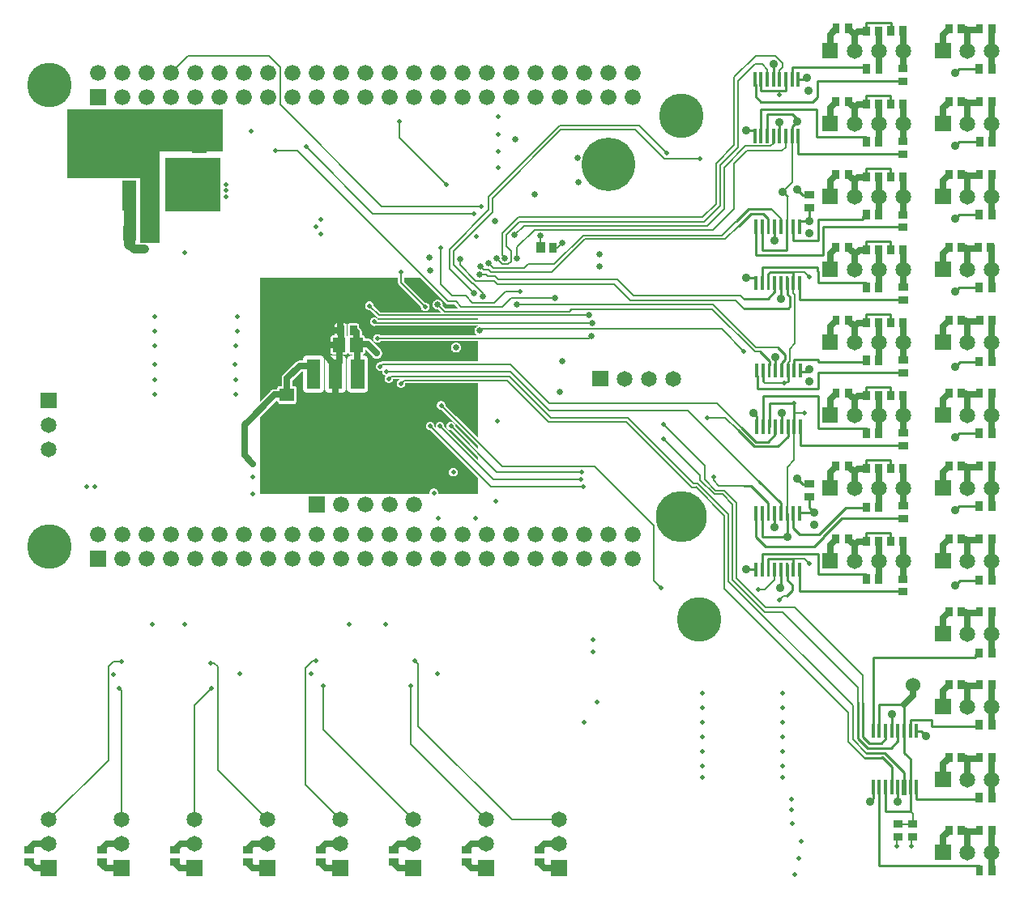
<source format=gbr>
G04 start of page 5 for group 3 idx 3 *
G04 Title: 971 BBB Cape, bottom *
G04 Creator: pcb 20110918 *
G04 CreationDate: Thu Dec  5 05:46:54 2013 UTC *
G04 For: brians *
G04 Format: Gerber/RS-274X *
G04 PCB-Dimensions: 500000 400000 *
G04 PCB-Coordinate-Origin: lower left *
%MOIN*%
%FSLAX25Y25*%
%LNBOTTOM*%
%ADD247C,0.0350*%
%ADD246C,0.0600*%
%ADD245C,0.0200*%
%ADD244C,0.0360*%
%ADD243R,0.0345X0.0345*%
%ADD242R,0.1220X0.1220*%
%ADD241R,0.0560X0.0560*%
%ADD240R,0.0512X0.0512*%
%ADD239R,0.0180X0.0180*%
%ADD238R,0.0130X0.0130*%
%ADD237R,0.0295X0.0295*%
%ADD236C,0.2100*%
%ADD235C,0.0660*%
%ADD234C,0.2200*%
%ADD233C,0.1830*%
%ADD232C,0.0650*%
%ADD231C,0.0480*%
%ADD230C,0.0380*%
%ADD229C,0.0500*%
%ADD228C,0.0250*%
%ADD227C,0.0080*%
%ADD226C,0.0100*%
%ADD225C,0.0001*%
G54D225*G36*
X122941Y305000D02*Y331500D01*
X92941D01*
Y360000D01*
X156941D01*
Y342500D01*
X130941D01*
Y305000D01*
X122941D01*
G37*
G36*
X133441Y318000D02*Y340000D01*
X155941D01*
Y318000D01*
X133441D01*
G37*
G36*
X253098Y217146D02*X261941Y208303D01*
Y201500D01*
X253098D01*
Y209121D01*
X253218Y209223D01*
X253402Y209439D01*
X253550Y209680D01*
X253658Y209942D01*
X253724Y210218D01*
X253741Y210500D01*
X253724Y210782D01*
X253658Y211058D01*
X253550Y211320D01*
X253402Y211561D01*
X253218Y211777D01*
X253098Y211879D01*
Y217146D01*
G37*
G36*
Y225646D02*X261941Y216803D01*
Y215697D01*
X253098Y224540D01*
Y225646D01*
G37*
G36*
Y230255D02*X261941Y221412D01*
Y220197D01*
X253098Y229040D01*
Y230255D01*
G37*
G36*
Y247050D02*X261941D01*
Y224806D01*
X253098Y233649D01*
Y247050D01*
G37*
G36*
Y264380D02*X261941D01*
Y256200D01*
X253098D01*
Y259780D01*
X253101Y259780D01*
X253423Y259805D01*
X253736Y259880D01*
X254035Y260004D01*
X254310Y260172D01*
X254555Y260382D01*
X254765Y260627D01*
X254933Y260902D01*
X255057Y261201D01*
X255132Y261514D01*
X255151Y261836D01*
X255132Y262158D01*
X255057Y262471D01*
X254933Y262770D01*
X254765Y263045D01*
X254555Y263290D01*
X254310Y263500D01*
X254035Y263668D01*
X253736Y263792D01*
X253423Y263867D01*
X253101Y263892D01*
X253098Y263892D01*
Y264380D01*
G37*
G36*
Y270771D02*X261941D01*
Y270656D01*
X261816Y270604D01*
X261541Y270436D01*
X261296Y270226D01*
X261086Y269981D01*
X260918Y269706D01*
X260794Y269407D01*
X260719Y269094D01*
X260694Y268772D01*
X260719Y268450D01*
X260794Y268137D01*
X260918Y267838D01*
X261086Y267563D01*
X261296Y267318D01*
X261541Y267108D01*
X261816Y266940D01*
X261941Y266888D01*
Y266780D01*
X253098D01*
Y270771D01*
G37*
G36*
Y273875D02*X261941D01*
Y273171D01*
X253098D01*
Y273875D01*
G37*
G36*
Y279016D02*X254239Y277875D01*
X253098D01*
Y279016D01*
G37*
G36*
X239299Y247050D02*X253098D01*
Y233649D01*
X248741Y238006D01*
X248724Y238282D01*
X248658Y238558D01*
X248550Y238820D01*
X248402Y239061D01*
X248218Y239277D01*
X248002Y239461D01*
X247761Y239609D01*
X247499Y239717D01*
X247223Y239783D01*
X246941Y239806D01*
X246659Y239783D01*
X246383Y239717D01*
X246121Y239609D01*
X245880Y239461D01*
X245664Y239277D01*
X245480Y239061D01*
X245332Y238820D01*
X245224Y238558D01*
X245158Y238282D01*
X245135Y238000D01*
X245158Y237718D01*
X245224Y237442D01*
X245332Y237180D01*
X245480Y236939D01*
X245664Y236723D01*
X245880Y236539D01*
X246121Y236391D01*
X246383Y236283D01*
X246659Y236217D01*
X246941Y236194D01*
X247143Y236210D01*
X253098Y230255D01*
Y229040D01*
X252735Y229403D01*
X252741Y229500D01*
X252724Y229782D01*
X252658Y230058D01*
X252550Y230320D01*
X252402Y230561D01*
X252218Y230777D01*
X252002Y230961D01*
X251761Y231109D01*
X251499Y231217D01*
X251223Y231283D01*
X250941Y231306D01*
X250659Y231283D01*
X250383Y231217D01*
X250121Y231109D01*
X249880Y230961D01*
X249664Y230777D01*
X249480Y230561D01*
X249332Y230320D01*
X249224Y230058D01*
X249158Y229782D01*
X249135Y229500D01*
X249158Y229218D01*
X249224Y228942D01*
X249332Y228680D01*
X249480Y228439D01*
X249664Y228223D01*
X249880Y228039D01*
X250121Y227891D01*
X250383Y227783D01*
X250659Y227717D01*
X250941Y227694D01*
X251042Y227702D01*
X253098Y225646D01*
Y224540D01*
X248235Y229403D01*
X248241Y229500D01*
X248224Y229782D01*
X248158Y230058D01*
X248050Y230320D01*
X247902Y230561D01*
X247718Y230777D01*
X247502Y230961D01*
X247261Y231109D01*
X246999Y231217D01*
X246723Y231283D01*
X246441Y231306D01*
X246159Y231283D01*
X245883Y231217D01*
X245621Y231109D01*
X245380Y230961D01*
X245164Y230777D01*
X244980Y230561D01*
X244832Y230320D01*
X244724Y230058D01*
X244658Y229782D01*
X244635Y229500D01*
X244658Y229218D01*
X244724Y228942D01*
X244743Y228895D01*
X244235Y229403D01*
X244241Y229500D01*
X244224Y229782D01*
X244158Y230058D01*
X244050Y230320D01*
X243902Y230561D01*
X243718Y230777D01*
X243502Y230961D01*
X243261Y231109D01*
X242999Y231217D01*
X242723Y231283D01*
X242441Y231306D01*
X242159Y231283D01*
X241883Y231217D01*
X241621Y231109D01*
X241380Y230961D01*
X241164Y230777D01*
X240980Y230561D01*
X240832Y230320D01*
X240724Y230058D01*
X240658Y229782D01*
X240635Y229500D01*
X240658Y229218D01*
X240724Y228942D01*
X240832Y228680D01*
X240980Y228439D01*
X241164Y228223D01*
X241380Y228039D01*
X241621Y227891D01*
X241883Y227783D01*
X242159Y227717D01*
X242441Y227694D01*
X242542Y227702D01*
X253098Y217146D01*
Y211879D01*
X253002Y211961D01*
X252761Y212109D01*
X252499Y212217D01*
X252223Y212283D01*
X251941Y212306D01*
X251659Y212283D01*
X251383Y212217D01*
X251121Y212109D01*
X250880Y211961D01*
X250664Y211777D01*
X250480Y211561D01*
X250332Y211320D01*
X250224Y211058D01*
X250158Y210782D01*
X250135Y210500D01*
X250158Y210218D01*
X250224Y209942D01*
X250332Y209680D01*
X250480Y209439D01*
X250664Y209223D01*
X250880Y209039D01*
X251121Y208891D01*
X251383Y208783D01*
X251659Y208717D01*
X251941Y208694D01*
X252223Y208717D01*
X252499Y208783D01*
X252761Y208891D01*
X253002Y209039D01*
X253098Y209121D01*
Y201500D01*
X245672D01*
X245724Y201718D01*
X245741Y202000D01*
X245724Y202282D01*
X245658Y202558D01*
X245550Y202820D01*
X245402Y203061D01*
X245218Y203277D01*
X245002Y203461D01*
X244761Y203609D01*
X244499Y203717D01*
X244223Y203783D01*
X243941Y203806D01*
X243659Y203783D01*
X243383Y203717D01*
X243121Y203609D01*
X242880Y203461D01*
X242664Y203277D01*
X242480Y203061D01*
X242332Y202820D01*
X242224Y202558D01*
X242158Y202282D01*
X242135Y202000D01*
X242158Y201718D01*
X242210Y201500D01*
X239299D01*
Y247050D01*
G37*
G36*
Y264380D02*X253098D01*
Y263892D01*
X252779Y263867D01*
X252466Y263792D01*
X252167Y263668D01*
X251892Y263500D01*
X251647Y263290D01*
X251437Y263045D01*
X251269Y262770D01*
X251145Y262471D01*
X251070Y262158D01*
X251045Y261836D01*
X251070Y261514D01*
X251145Y261201D01*
X251269Y260902D01*
X251437Y260627D01*
X251647Y260382D01*
X251892Y260172D01*
X252167Y260004D01*
X252466Y259880D01*
X252779Y259805D01*
X253098Y259780D01*
Y256200D01*
X239299D01*
Y260179D01*
X239302Y260179D01*
X239624Y260204D01*
X239937Y260279D01*
X240236Y260403D01*
X240511Y260571D01*
X240756Y260781D01*
X240966Y261026D01*
X241134Y261301D01*
X241258Y261600D01*
X241333Y261913D01*
X241352Y262235D01*
X241333Y262557D01*
X241258Y262870D01*
X241134Y263169D01*
X240966Y263444D01*
X240756Y263689D01*
X240511Y263899D01*
X240236Y264067D01*
X239937Y264191D01*
X239624Y264266D01*
X239302Y264291D01*
X239299Y264291D01*
Y264380D01*
G37*
G36*
Y270771D02*X253098D01*
Y266780D01*
X239299D01*
Y270771D01*
G37*
G36*
Y273875D02*X253098D01*
Y273171D01*
X239299D01*
Y273875D01*
G37*
G36*
Y277130D02*X239330Y277103D01*
X239571Y276955D01*
X239833Y276847D01*
X240109Y276781D01*
X240391Y276758D01*
X240673Y276781D01*
X240949Y276847D01*
X241211Y276955D01*
X241452Y277103D01*
X241668Y277287D01*
X241852Y277503D01*
X242000Y277744D01*
X242108Y278006D01*
X242174Y278282D01*
X242191Y278564D01*
X242174Y278846D01*
X242108Y279122D01*
X242000Y279384D01*
X241852Y279625D01*
X241668Y279841D01*
X241452Y280025D01*
X241211Y280173D01*
X240949Y280281D01*
X240673Y280347D01*
X240391Y280370D01*
X240290Y280362D01*
X239299Y281353D01*
Y289533D01*
X248871Y279961D01*
X248902Y279925D01*
X249045Y279802D01*
X249108Y279764D01*
X249207Y279703D01*
X249279Y279674D01*
X249381Y279631D01*
X249565Y279587D01*
X249565Y279587D01*
X249753Y279572D01*
X249800Y279576D01*
X250553D01*
X250554Y279576D01*
X250554Y279576D01*
X252538D01*
X253098Y279016D01*
Y277875D01*
X248887D01*
X247586Y279176D01*
X247588Y279186D01*
X247607Y279508D01*
X247588Y279830D01*
X247513Y280143D01*
X247389Y280442D01*
X247221Y280717D01*
X247011Y280962D01*
X246766Y281172D01*
X246491Y281340D01*
X246192Y281464D01*
X245879Y281539D01*
X245557Y281564D01*
X245235Y281539D01*
X244922Y281464D01*
X244623Y281340D01*
X244348Y281172D01*
X244103Y280962D01*
X243893Y280717D01*
X243725Y280442D01*
X243601Y280143D01*
X243526Y279830D01*
X243501Y279508D01*
X243526Y279186D01*
X243601Y278873D01*
X243725Y278574D01*
X243893Y278299D01*
X244103Y278054D01*
X244348Y277844D01*
X244623Y277676D01*
X244922Y277552D01*
X245235Y277477D01*
X245557Y277452D01*
X245879Y277477D01*
X245889Y277479D01*
X247093Y276275D01*
X239299D01*
Y277130D01*
G37*
G36*
Y281353D02*X231641Y289011D01*
Y290500D01*
X238332D01*
X239299Y289533D01*
Y281353D01*
G37*
G36*
X236438Y247050D02*X239299D01*
Y201500D01*
X236845D01*
X236474Y201589D01*
X236438Y201592D01*
Y233695D01*
X236441Y233694D01*
X236723Y233717D01*
X236999Y233783D01*
X237261Y233891D01*
X237502Y234039D01*
X237718Y234223D01*
X237902Y234439D01*
X238050Y234680D01*
X238158Y234942D01*
X238224Y235218D01*
X238241Y235500D01*
X238224Y235782D01*
X238158Y236058D01*
X238050Y236320D01*
X237902Y236561D01*
X237718Y236777D01*
X237502Y236961D01*
X237261Y237109D01*
X236999Y237217D01*
X236723Y237283D01*
X236441Y237306D01*
X236438Y237305D01*
Y247050D01*
G37*
G36*
X224438Y247503D02*X224621Y247391D01*
X224883Y247283D01*
X225159Y247217D01*
X225441Y247194D01*
X225723Y247217D01*
X225999Y247283D01*
X226261Y247391D01*
X226502Y247539D01*
X226718Y247723D01*
X226902Y247939D01*
X227050Y248180D01*
X227158Y248442D01*
X227224Y248718D01*
X227229Y248800D01*
X230371D01*
X230159Y248783D01*
X229883Y248717D01*
X229621Y248609D01*
X229380Y248461D01*
X229164Y248277D01*
X228980Y248061D01*
X228832Y247820D01*
X228724Y247558D01*
X228658Y247282D01*
X228635Y247000D01*
X228658Y246718D01*
X228724Y246442D01*
X228832Y246180D01*
X228980Y245939D01*
X229164Y245723D01*
X229380Y245539D01*
X229621Y245391D01*
X229883Y245283D01*
X230159Y245217D01*
X230441Y245194D01*
X230723Y245217D01*
X230999Y245283D01*
X231261Y245391D01*
X231502Y245539D01*
X231718Y245723D01*
X231902Y245939D01*
X232050Y246180D01*
X232158Y246442D01*
X232224Y246718D01*
X232241Y247000D01*
X232238Y247050D01*
X236438D01*
Y237305D01*
X236159Y237283D01*
X235883Y237217D01*
X235621Y237109D01*
X235380Y236961D01*
X235164Y236777D01*
X234980Y236561D01*
X234832Y236320D01*
X234724Y236058D01*
X234658Y235782D01*
X234635Y235500D01*
X234658Y235218D01*
X234724Y234942D01*
X234832Y234680D01*
X234980Y234439D01*
X235164Y234223D01*
X235380Y234039D01*
X235621Y233891D01*
X235883Y233783D01*
X236159Y233717D01*
X236438Y233695D01*
Y201592D01*
X235799Y201642D01*
X235124Y201589D01*
X234753Y201500D01*
X226845D01*
X226474Y201589D01*
X225799Y201642D01*
X225124Y201589D01*
X224753Y201500D01*
X224438D01*
Y218770D01*
X224659Y218717D01*
X224941Y218694D01*
X225223Y218717D01*
X225499Y218783D01*
X225761Y218891D01*
X226002Y219039D01*
X226218Y219223D01*
X226402Y219439D01*
X226550Y219680D01*
X226658Y219942D01*
X226724Y220218D01*
X226741Y220500D01*
X226724Y220782D01*
X226658Y221058D01*
X226550Y221320D01*
X226402Y221561D01*
X226218Y221777D01*
X226002Y221961D01*
X225761Y222109D01*
X225499Y222217D01*
X225223Y222283D01*
X224941Y222306D01*
X224659Y222283D01*
X224438Y222230D01*
Y225003D01*
X224621Y224891D01*
X224883Y224783D01*
X225159Y224717D01*
X225441Y224694D01*
X225723Y224717D01*
X225999Y224783D01*
X226261Y224891D01*
X226502Y225039D01*
X226718Y225223D01*
X226902Y225439D01*
X227050Y225680D01*
X227158Y225942D01*
X227224Y226218D01*
X227241Y226500D01*
X227224Y226782D01*
X227158Y227058D01*
X227050Y227320D01*
X226902Y227561D01*
X226718Y227777D01*
X226502Y227961D01*
X226261Y228109D01*
X225999Y228217D01*
X225723Y228283D01*
X225441Y228306D01*
X225159Y228283D01*
X224883Y228217D01*
X224621Y228109D01*
X224438Y227997D01*
Y233770D01*
X224659Y233717D01*
X224941Y233694D01*
X225223Y233717D01*
X225499Y233783D01*
X225761Y233891D01*
X226002Y234039D01*
X226218Y234223D01*
X226402Y234439D01*
X226550Y234680D01*
X226658Y234942D01*
X226724Y235218D01*
X226741Y235500D01*
X226724Y235782D01*
X226658Y236058D01*
X226550Y236320D01*
X226402Y236561D01*
X226218Y236777D01*
X226002Y236961D01*
X225761Y237109D01*
X225499Y237217D01*
X225223Y237283D01*
X224941Y237306D01*
X224659Y237283D01*
X224438Y237230D01*
Y242195D01*
X224441Y242194D01*
X224723Y242217D01*
X224999Y242283D01*
X225261Y242391D01*
X225502Y242539D01*
X225718Y242723D01*
X225902Y242939D01*
X226050Y243180D01*
X226158Y243442D01*
X226224Y243718D01*
X226241Y244000D01*
X226224Y244282D01*
X226158Y244558D01*
X226050Y244820D01*
X225902Y245061D01*
X225718Y245277D01*
X225502Y245461D01*
X225261Y245609D01*
X224999Y245717D01*
X224723Y245783D01*
X224441Y245806D01*
X224438Y245805D01*
Y247503D01*
G37*
G36*
Y264380D02*X239299D01*
Y264291D01*
X238980Y264266D01*
X238667Y264191D01*
X238368Y264067D01*
X238093Y263899D01*
X237848Y263689D01*
X237638Y263444D01*
X237470Y263169D01*
X237346Y262870D01*
X237271Y262557D01*
X237246Y262235D01*
X237271Y261913D01*
X237346Y261600D01*
X237470Y261301D01*
X237638Y261026D01*
X237848Y260781D01*
X238093Y260571D01*
X238368Y260403D01*
X238667Y260279D01*
X238980Y260204D01*
X239299Y260179D01*
Y256200D01*
X224438D01*
Y264380D01*
G37*
G36*
Y270771D02*X239299D01*
Y266780D01*
X224438D01*
Y270771D01*
G37*
G36*
Y273875D02*X239299D01*
Y273171D01*
X224438D01*
Y273875D01*
G37*
G36*
Y290500D02*X229241D01*
Y288561D01*
X229237Y288514D01*
X229252Y288326D01*
X229296Y288142D01*
X229368Y287968D01*
X229467Y287806D01*
X229467Y287806D01*
X229590Y287663D01*
X229626Y287632D01*
X238593Y278665D01*
X238585Y278564D01*
X238608Y278282D01*
X238674Y278006D01*
X238782Y277744D01*
X238930Y277503D01*
X239114Y277287D01*
X239299Y277130D01*
Y276275D01*
X224438D01*
Y290500D01*
G37*
G36*
X220438Y252921D02*X220607Y252723D01*
X220823Y252539D01*
X221064Y252391D01*
X221326Y252283D01*
X221602Y252217D01*
X221884Y252194D01*
X222166Y252217D01*
X222442Y252283D01*
X222682Y252382D01*
X222658Y252282D01*
X222635Y252000D01*
X222658Y251718D01*
X222724Y251442D01*
X222832Y251180D01*
X222980Y250939D01*
X223164Y250723D01*
X223380Y250539D01*
X223621Y250391D01*
X223883Y250283D01*
X224121Y250226D01*
X223980Y250061D01*
X223832Y249820D01*
X223724Y249558D01*
X223658Y249282D01*
X223635Y249000D01*
X223658Y248718D01*
X223724Y248442D01*
X223832Y248180D01*
X223980Y247939D01*
X224164Y247723D01*
X224380Y247539D01*
X224438Y247503D01*
Y245805D01*
X224159Y245783D01*
X223883Y245717D01*
X223621Y245609D01*
X223380Y245461D01*
X223164Y245277D01*
X222980Y245061D01*
X222832Y244820D01*
X222724Y244558D01*
X222658Y244282D01*
X222635Y244000D01*
X222658Y243718D01*
X222724Y243442D01*
X222832Y243180D01*
X222980Y242939D01*
X223164Y242723D01*
X223380Y242539D01*
X223621Y242391D01*
X223883Y242283D01*
X224159Y242217D01*
X224438Y242195D01*
Y237230D01*
X224383Y237217D01*
X224121Y237109D01*
X223880Y236961D01*
X223664Y236777D01*
X223480Y236561D01*
X223332Y236320D01*
X223224Y236058D01*
X223158Y235782D01*
X223135Y235500D01*
X223158Y235218D01*
X223224Y234942D01*
X223332Y234680D01*
X223480Y234439D01*
X223664Y234223D01*
X223880Y234039D01*
X224121Y233891D01*
X224383Y233783D01*
X224438Y233770D01*
Y227997D01*
X224380Y227961D01*
X224164Y227777D01*
X223980Y227561D01*
X223832Y227320D01*
X223724Y227058D01*
X223658Y226782D01*
X223635Y226500D01*
X223658Y226218D01*
X223724Y225942D01*
X223832Y225680D01*
X223980Y225439D01*
X224164Y225223D01*
X224380Y225039D01*
X224438Y225003D01*
Y222230D01*
X224383Y222217D01*
X224121Y222109D01*
X223880Y221961D01*
X223664Y221777D01*
X223480Y221561D01*
X223332Y221320D01*
X223224Y221058D01*
X223158Y220782D01*
X223135Y220500D01*
X223158Y220218D01*
X223224Y219942D01*
X223332Y219680D01*
X223480Y219439D01*
X223664Y219223D01*
X223880Y219039D01*
X224121Y218891D01*
X224383Y218783D01*
X224438Y218770D01*
Y201500D01*
X220438D01*
Y213195D01*
X220441Y213194D01*
X220723Y213217D01*
X220999Y213283D01*
X221261Y213391D01*
X221502Y213539D01*
X221718Y213723D01*
X221902Y213939D01*
X222050Y214180D01*
X222158Y214442D01*
X222224Y214718D01*
X222241Y215000D01*
X222224Y215282D01*
X222158Y215558D01*
X222050Y215820D01*
X221902Y216061D01*
X221718Y216277D01*
X221502Y216461D01*
X221261Y216609D01*
X220999Y216717D01*
X220723Y216783D01*
X220441Y216806D01*
X220438Y216805D01*
Y252921D01*
G37*
G36*
Y263799D02*X220447Y263797D01*
X220729Y263774D01*
X221011Y263797D01*
X221287Y263863D01*
X221549Y263971D01*
X221790Y264119D01*
X222006Y264303D01*
X222071Y264380D01*
X224438D01*
Y256200D01*
X222931D01*
X222884Y256204D01*
X222696Y256189D01*
X222512Y256145D01*
X222338Y256073D01*
X222176Y255974D01*
X222176Y255974D01*
X222033Y255851D01*
X222002Y255815D01*
X221985Y255798D01*
X221884Y255806D01*
X221602Y255783D01*
X221326Y255717D01*
X221064Y255609D01*
X220823Y255461D01*
X220607Y255277D01*
X220438Y255079D01*
Y257243D01*
X220441Y257243D01*
X220794Y257271D01*
X221138Y257354D01*
X221466Y257489D01*
X221768Y257674D01*
X222037Y257904D01*
X222267Y258173D01*
X222452Y258475D01*
X222587Y258803D01*
X222670Y259147D01*
X222698Y259500D01*
X222670Y259853D01*
X222587Y260197D01*
X222452Y260525D01*
X222267Y260827D01*
X222032Y261091D01*
X220438Y262685D01*
Y263799D01*
G37*
G36*
Y270771D02*X223941D01*
X223941Y270771D01*
X224438D01*
Y266780D01*
X222071D01*
X222006Y266857D01*
X221790Y267041D01*
X221549Y267189D01*
X221287Y267297D01*
X221011Y267363D01*
X220729Y267386D01*
X220447Y267363D01*
X220438Y267361D01*
Y270771D01*
G37*
G36*
Y274426D02*X220617Y274252D01*
X220642Y274224D01*
X220785Y274101D01*
X220795Y274096D01*
X220801Y274090D01*
X220874Y274047D01*
X220947Y274002D01*
X220955Y273999D01*
X220964Y273994D01*
X221043Y273963D01*
X221121Y273930D01*
X221130Y273928D01*
X221139Y273924D01*
X221222Y273906D01*
X221305Y273886D01*
X221313Y273886D01*
X221324Y273883D01*
X221512Y273871D01*
X221550Y273875D01*
X224438D01*
Y273171D01*
X223941D01*
X223941Y273171D01*
X221111D01*
X221050Y273320D01*
X220902Y273561D01*
X220718Y273777D01*
X220502Y273961D01*
X220438Y274000D01*
Y274426D01*
G37*
G36*
Y290500D02*X224438D01*
Y276275D01*
X221979D01*
X220438Y277767D01*
Y290500D01*
G37*
G36*
Y255079D02*X220423Y255061D01*
X220275Y254820D01*
X220167Y254558D01*
X220101Y254282D01*
X220078Y254000D01*
X220101Y253718D01*
X220167Y253442D01*
X220275Y253180D01*
X220423Y252939D01*
X220438Y252921D01*
Y216805D01*
X220159Y216783D01*
X219883Y216717D01*
X219621Y216609D01*
X219380Y216461D01*
X219164Y216277D01*
X218980Y216061D01*
X218832Y215820D01*
X218724Y215558D01*
X218658Y215282D01*
X218635Y215000D01*
X218658Y214718D01*
X218724Y214442D01*
X218832Y214180D01*
X218980Y213939D01*
X219164Y213723D01*
X219380Y213539D01*
X219621Y213391D01*
X219883Y213283D01*
X220159Y213217D01*
X220438Y213195D01*
Y201500D01*
X216845D01*
X216474Y201589D01*
X215799Y201642D01*
X215124Y201589D01*
X214753Y201500D01*
X212938D01*
Y218913D01*
X214276Y218914D01*
X214506Y218969D01*
X214724Y219059D01*
X214925Y219183D01*
X215105Y219336D01*
X215258Y219516D01*
X215382Y219717D01*
X215472Y219935D01*
X215527Y220165D01*
X215541Y220400D01*
X215527Y232835D01*
X215472Y233065D01*
X215382Y233283D01*
X215258Y233484D01*
X215105Y233664D01*
X214925Y233817D01*
X214724Y233941D01*
X214506Y234031D01*
X214276Y234086D01*
X214041Y234100D01*
X212938Y234099D01*
Y236195D01*
X212941Y236194D01*
X213223Y236217D01*
X213499Y236283D01*
X213761Y236391D01*
X214002Y236539D01*
X214218Y236723D01*
X214402Y236939D01*
X214550Y237180D01*
X214658Y237442D01*
X214724Y237718D01*
X214741Y238000D01*
X214724Y238282D01*
X214658Y238558D01*
X214550Y238820D01*
X214402Y239061D01*
X214218Y239277D01*
X214002Y239461D01*
X213761Y239609D01*
X213499Y239717D01*
X213223Y239783D01*
X212941Y239806D01*
X212938Y239805D01*
Y243308D01*
X215576Y243314D01*
X215806Y243369D01*
X216024Y243459D01*
X216225Y243583D01*
X216405Y243736D01*
X216558Y243916D01*
X216682Y244117D01*
X216772Y244335D01*
X216827Y244565D01*
X216841Y244800D01*
X216827Y257235D01*
X216772Y257465D01*
X216682Y257683D01*
X216558Y257884D01*
X216405Y258064D01*
X216225Y258217D01*
X216024Y258341D01*
X215806Y258431D01*
X215576Y258486D01*
X215341Y258500D01*
X214791Y258499D01*
Y258957D01*
X214800Y258957D01*
X214953Y258994D01*
X215098Y259054D01*
X215233Y259136D01*
X215352Y259239D01*
X215455Y259358D01*
X215537Y259493D01*
X215597Y259638D01*
X215634Y259791D01*
X215643Y259948D01*
X215641Y261043D01*
X215716D01*
X218850Y257909D01*
X219114Y257674D01*
X219416Y257489D01*
X219744Y257354D01*
X220088Y257271D01*
X220438Y257243D01*
Y255079D01*
G37*
G36*
X212938Y290500D02*X220438D01*
Y277767D01*
X219237Y278931D01*
X219241Y279000D01*
X219224Y279282D01*
X219158Y279558D01*
X219050Y279820D01*
X218902Y280061D01*
X218718Y280277D01*
X218502Y280461D01*
X218261Y280609D01*
X217999Y280717D01*
X217723Y280783D01*
X217441Y280806D01*
X217159Y280783D01*
X216883Y280717D01*
X216621Y280609D01*
X216380Y280461D01*
X216164Y280277D01*
X215980Y280061D01*
X215832Y279820D01*
X215724Y279558D01*
X215658Y279282D01*
X215635Y279000D01*
X215658Y278718D01*
X215724Y278442D01*
X215832Y278180D01*
X215980Y277939D01*
X216164Y277723D01*
X216380Y277539D01*
X216621Y277391D01*
X216883Y277283D01*
X217159Y277217D01*
X217441Y277194D01*
X217570Y277205D01*
X220438Y274426D01*
Y274000D01*
X220261Y274109D01*
X219999Y274217D01*
X219723Y274283D01*
X219441Y274306D01*
X219159Y274283D01*
X218883Y274217D01*
X218621Y274109D01*
X218380Y273961D01*
X218164Y273777D01*
X217980Y273561D01*
X217832Y273320D01*
X217724Y273058D01*
X217658Y272782D01*
X217635Y272500D01*
X217658Y272218D01*
X217724Y271942D01*
X217832Y271680D01*
X217980Y271439D01*
X218164Y271223D01*
X218380Y271039D01*
X218621Y270891D01*
X218883Y270783D01*
X219159Y270717D01*
X219441Y270694D01*
X219723Y270717D01*
X219943Y270769D01*
X219970Y270767D01*
X220017Y270771D01*
X220438D01*
Y267361D01*
X220171Y267297D01*
X219909Y267189D01*
X219668Y267041D01*
X219452Y266857D01*
X219268Y266641D01*
X219120Y266400D01*
X219012Y266138D01*
X218946Y265862D01*
X218923Y265580D01*
X218946Y265298D01*
X219012Y265022D01*
X219120Y264760D01*
X219268Y264519D01*
X219452Y264303D01*
X219668Y264119D01*
X219909Y263971D01*
X220171Y263863D01*
X220438Y263799D01*
Y262685D01*
X218301Y264822D01*
X218244Y264889D01*
X217975Y265119D01*
X217975Y265119D01*
X217860Y265189D01*
X217673Y265304D01*
X217441Y265400D01*
X217345Y265439D01*
X217001Y265522D01*
X216648Y265550D01*
X216560Y265543D01*
X215634D01*
X215634Y266009D01*
X215597Y266162D01*
X215537Y266307D01*
X215455Y266442D01*
X215352Y266561D01*
X215233Y266664D01*
X215098Y266746D01*
X214953Y266806D01*
X214800Y266843D01*
X214643Y266852D01*
X214334Y266851D01*
Y267948D01*
X214341Y268036D01*
X214313Y268389D01*
X214313Y268389D01*
X214230Y268733D01*
X214095Y269061D01*
X213910Y269363D01*
X213680Y269632D01*
X213613Y269689D01*
X213268Y270034D01*
X213266Y270954D01*
X213229Y271107D01*
X213169Y271252D01*
X213087Y271387D01*
X212984Y271506D01*
X212938Y271546D01*
Y290500D01*
G37*
G36*
Y234099D02*X205438Y234094D01*
Y236498D01*
X205550Y236680D01*
X205658Y236942D01*
X205724Y237218D01*
X205741Y237500D01*
X205724Y237782D01*
X205658Y238058D01*
X205550Y238320D01*
X205438Y238502D01*
Y243311D01*
X206476Y243314D01*
X206706Y243369D01*
X206924Y243459D01*
X207125Y243583D01*
X207305Y243736D01*
X207458Y243916D01*
X207582Y244117D01*
X207672Y244335D01*
X207727Y244565D01*
X207741Y244800D01*
X207727Y257235D01*
X207672Y257465D01*
X207582Y257683D01*
X207458Y257884D01*
X207305Y258064D01*
X207125Y258217D01*
X206924Y258341D01*
X206706Y258431D01*
X206476Y258486D01*
X206241Y258500D01*
X205438Y258498D01*
Y258953D01*
X207714Y258957D01*
X207867Y258994D01*
X208012Y259054D01*
X208147Y259136D01*
X208266Y259239D01*
X208369Y259358D01*
X208451Y259493D01*
X208511Y259638D01*
X208541Y259763D01*
X208571Y259638D01*
X208631Y259493D01*
X208713Y259358D01*
X208816Y259239D01*
X208935Y259136D01*
X209070Y259054D01*
X209215Y258994D01*
X209368Y258957D01*
X209525Y258948D01*
X210291Y258949D01*
Y258488D01*
X209506Y258486D01*
X209276Y258431D01*
X209058Y258341D01*
X208857Y258217D01*
X208677Y258064D01*
X208524Y257884D01*
X208400Y257683D01*
X208310Y257465D01*
X208255Y257235D01*
X208241Y257000D01*
X208255Y244565D01*
X208310Y244335D01*
X208400Y244117D01*
X208524Y243916D01*
X208677Y243736D01*
X208857Y243583D01*
X209058Y243459D01*
X209276Y243369D01*
X209506Y243314D01*
X209741Y243300D01*
X212938Y243308D01*
Y239805D01*
X212659Y239783D01*
X212383Y239717D01*
X212121Y239609D01*
X211880Y239461D01*
X211664Y239277D01*
X211480Y239061D01*
X211332Y238820D01*
X211224Y238558D01*
X211158Y238282D01*
X211135Y238000D01*
X211158Y237718D01*
X211224Y237442D01*
X211332Y237180D01*
X211480Y236939D01*
X211664Y236723D01*
X211880Y236539D01*
X212121Y236391D01*
X212383Y236283D01*
X212659Y236217D01*
X212938Y236195D01*
Y234099D01*
G37*
G36*
Y201500D02*X210438D01*
Y210695D01*
X210441Y210694D01*
X210723Y210717D01*
X210999Y210783D01*
X211261Y210891D01*
X211502Y211039D01*
X211718Y211223D01*
X211902Y211439D01*
X212050Y211680D01*
X212158Y211942D01*
X212224Y212218D01*
X212241Y212500D01*
X212224Y212782D01*
X212158Y213058D01*
X212050Y213320D01*
X211902Y213561D01*
X211718Y213777D01*
X211502Y213961D01*
X211261Y214109D01*
X210999Y214217D01*
X210723Y214283D01*
X210441Y214306D01*
X210438Y214305D01*
Y218911D01*
X212938Y218913D01*
Y201500D01*
G37*
G36*
X210438D02*X206845D01*
X206474Y201589D01*
X205799Y201642D01*
X205438Y201614D01*
Y218908D01*
X210438Y218911D01*
Y214305D01*
X210159Y214283D01*
X209883Y214217D01*
X209621Y214109D01*
X209380Y213961D01*
X209164Y213777D01*
X208980Y213561D01*
X208832Y213320D01*
X208724Y213058D01*
X208658Y212782D01*
X208635Y212500D01*
X208658Y212218D01*
X208724Y211942D01*
X208832Y211680D01*
X208980Y211439D01*
X209164Y211223D01*
X209380Y211039D01*
X209621Y210891D01*
X209883Y210783D01*
X210159Y210717D01*
X210438Y210695D01*
Y201500D01*
G37*
G36*
X205438Y290500D02*X212938D01*
Y271546D01*
X212865Y271609D01*
X212730Y271691D01*
X212585Y271751D01*
X212432Y271788D01*
X212275Y271797D01*
X209166Y271788D01*
X209013Y271751D01*
X208868Y271691D01*
X208733Y271609D01*
X208614Y271506D01*
X208511Y271387D01*
X208429Y271252D01*
X208369Y271107D01*
X208332Y270954D01*
X208323Y270797D01*
X208332Y266704D01*
X208369Y266551D01*
X208429Y266406D01*
X208511Y266271D01*
X208582Y266189D01*
X208571Y266162D01*
X208541Y266037D01*
X208511Y266162D01*
X208451Y266307D01*
X208369Y266442D01*
X208266Y266561D01*
X208147Y266664D01*
X208139Y266668D01*
X208148Y266704D01*
X208157Y266861D01*
X208148Y270954D01*
X208111Y271107D01*
X208051Y271252D01*
X207969Y271387D01*
X207866Y271506D01*
X207747Y271609D01*
X207612Y271691D01*
X207467Y271751D01*
X207314Y271788D01*
X207157Y271797D01*
X205438Y271792D01*
Y275195D01*
X205441Y275194D01*
X205723Y275217D01*
X205999Y275283D01*
X206261Y275391D01*
X206502Y275539D01*
X206718Y275723D01*
X206902Y275939D01*
X207050Y276180D01*
X207158Y276442D01*
X207224Y276718D01*
X207241Y277000D01*
X207224Y277282D01*
X207158Y277558D01*
X207050Y277820D01*
X206902Y278061D01*
X206718Y278277D01*
X206502Y278461D01*
X206261Y278609D01*
X205999Y278717D01*
X205723Y278783D01*
X205441Y278806D01*
X205438Y278805D01*
Y290500D01*
G37*
G36*
Y258498D02*X203441Y258493D01*
Y258950D01*
X205438Y258953D01*
Y258498D01*
G37*
G36*
Y238502D02*X205402Y238561D01*
X205218Y238777D01*
X205002Y238961D01*
X204761Y239109D01*
X204499Y239217D01*
X204223Y239283D01*
X203941Y239306D01*
X203659Y239283D01*
X203441Y239231D01*
Y243307D01*
X205438Y243311D01*
Y238502D01*
G37*
G36*
Y234094D02*X203441Y234093D01*
Y235769D01*
X203659Y235717D01*
X203941Y235694D01*
X204223Y235717D01*
X204499Y235783D01*
X204761Y235891D01*
X205002Y236039D01*
X205218Y236223D01*
X205402Y236439D01*
X205438Y236498D01*
Y234094D01*
G37*
G36*
Y201614D02*X205124Y201589D01*
X204753Y201500D01*
X203441D01*
Y211002D01*
X203502Y211039D01*
X203718Y211223D01*
X203902Y211439D01*
X204050Y211680D01*
X204158Y211942D01*
X204224Y212218D01*
X204241Y212500D01*
X204224Y212782D01*
X204158Y213058D01*
X204050Y213320D01*
X203902Y213561D01*
X203718Y213777D01*
X203502Y213961D01*
X203441Y213998D01*
Y218907D01*
X205438Y218908D01*
Y201614D01*
G37*
G36*
X203441Y290500D02*X205438D01*
Y278805D01*
X205159Y278783D01*
X204883Y278717D01*
X204621Y278609D01*
X204380Y278461D01*
X204164Y278277D01*
X203980Y278061D01*
X203832Y277820D01*
X203724Y277558D01*
X203658Y277282D01*
X203635Y277000D01*
X203658Y276718D01*
X203724Y276442D01*
X203832Y276180D01*
X203980Y275939D01*
X204164Y275723D01*
X204380Y275539D01*
X204621Y275391D01*
X204883Y275283D01*
X205159Y275217D01*
X205438Y275195D01*
Y271792D01*
X204048Y271788D01*
X203895Y271751D01*
X203750Y271691D01*
X203615Y271609D01*
X203496Y271506D01*
X203441Y271442D01*
Y290500D01*
G37*
G36*
X198438Y218904D02*X203441Y218907D01*
Y213998D01*
X203261Y214109D01*
X202999Y214217D01*
X202723Y214283D01*
X202441Y214306D01*
X202159Y214283D01*
X201883Y214217D01*
X201621Y214109D01*
X201380Y213961D01*
X201164Y213777D01*
X200980Y213561D01*
X200832Y213320D01*
X200724Y213058D01*
X200658Y212782D01*
X200635Y212500D01*
X200658Y212218D01*
X200724Y211942D01*
X200832Y211680D01*
X200980Y211439D01*
X201164Y211223D01*
X201380Y211039D01*
X201621Y210891D01*
X201883Y210783D01*
X202159Y210717D01*
X202441Y210694D01*
X202723Y210717D01*
X202999Y210783D01*
X203261Y210891D01*
X203441Y211002D01*
Y201500D01*
X199592D01*
X199554Y201523D01*
X199409Y201583D01*
X199256Y201620D01*
X199099Y201629D01*
X198438Y201628D01*
Y218904D01*
G37*
G36*
Y243892D02*X198458Y243916D01*
X198582Y244117D01*
X198672Y244335D01*
X198727Y244565D01*
X198741Y244800D01*
X198727Y257235D01*
X198672Y257465D01*
X198582Y257683D01*
X198458Y257884D01*
X198438Y257908D01*
Y260695D01*
X198441Y260694D01*
X198723Y260717D01*
X198999Y260783D01*
X199261Y260891D01*
X199502Y261039D01*
X199718Y261223D01*
X199902Y261439D01*
X200050Y261680D01*
X200158Y261942D01*
X200224Y262218D01*
X200241Y262500D01*
X200224Y262782D01*
X200158Y263058D01*
X200050Y263320D01*
X199902Y263561D01*
X199718Y263777D01*
X199502Y263961D01*
X199261Y264109D01*
X198999Y264217D01*
X198723Y264283D01*
X198441Y264306D01*
X198438Y264305D01*
Y267695D01*
X198441Y267694D01*
X198723Y267717D01*
X198999Y267783D01*
X199261Y267891D01*
X199502Y268039D01*
X199718Y268223D01*
X199902Y268439D01*
X200050Y268680D01*
X200158Y268942D01*
X200224Y269218D01*
X200241Y269500D01*
X200224Y269782D01*
X200158Y270058D01*
X200050Y270320D01*
X199902Y270561D01*
X199718Y270777D01*
X199502Y270961D01*
X199261Y271109D01*
X198999Y271217D01*
X198723Y271283D01*
X198441Y271306D01*
X198438Y271305D01*
Y290500D01*
X203441D01*
Y271442D01*
X203393Y271387D01*
X203311Y271252D01*
X203251Y271107D01*
X203214Y270954D01*
X203205Y270797D01*
X203214Y266844D01*
X202282Y266843D01*
X202129Y266806D01*
X201984Y266746D01*
X201849Y266664D01*
X201730Y266561D01*
X201627Y266442D01*
X201545Y266307D01*
X201485Y266162D01*
X201448Y266009D01*
X201439Y265852D01*
X201448Y259791D01*
X201485Y259638D01*
X201545Y259493D01*
X201627Y259358D01*
X201730Y259239D01*
X201849Y259136D01*
X201984Y259054D01*
X202129Y258994D01*
X202282Y258957D01*
X202439Y258948D01*
X203441Y258950D01*
Y258493D01*
X200406Y258486D01*
X200176Y258431D01*
X199958Y258341D01*
X199757Y258217D01*
X199577Y258064D01*
X199424Y257884D01*
X199300Y257683D01*
X199210Y257465D01*
X199155Y257235D01*
X199141Y257000D01*
X199155Y244565D01*
X199210Y244335D01*
X199300Y244117D01*
X199424Y243916D01*
X199577Y243736D01*
X199757Y243583D01*
X199958Y243459D01*
X200176Y243369D01*
X200406Y243314D01*
X200641Y243300D01*
X203441Y243307D01*
Y239231D01*
X203383Y239217D01*
X203121Y239109D01*
X202880Y238961D01*
X202664Y238777D01*
X202480Y238561D01*
X202332Y238320D01*
X202224Y238058D01*
X202158Y237782D01*
X202135Y237500D01*
X202158Y237218D01*
X202224Y236942D01*
X202332Y236680D01*
X202480Y236439D01*
X202664Y236223D01*
X202880Y236039D01*
X203121Y235891D01*
X203383Y235783D01*
X203441Y235769D01*
Y234093D01*
X198438Y234090D01*
Y243892D01*
G37*
G36*
Y257908D02*X198305Y258064D01*
X198125Y258217D01*
X197924Y258341D01*
X197706Y258431D01*
X197476Y258486D01*
X197241Y258500D01*
X191406Y258486D01*
X191176Y258431D01*
X190958Y258341D01*
X190757Y258217D01*
X190577Y258064D01*
X190424Y257884D01*
X190300Y257683D01*
X190210Y257465D01*
X190155Y257235D01*
X190141Y257000D01*
X190142Y256450D01*
X188729D01*
X188641Y256457D01*
X188288Y256429D01*
X187944Y256346D01*
X187616Y256211D01*
X187314Y256026D01*
X187314Y256026D01*
X187045Y255796D01*
X186988Y255729D01*
X182012Y250753D01*
X181945Y250696D01*
X181938Y250688D01*
Y256695D01*
X181941Y256694D01*
X182223Y256717D01*
X182499Y256783D01*
X182761Y256891D01*
X183002Y257039D01*
X183218Y257223D01*
X183402Y257439D01*
X183550Y257680D01*
X183658Y257942D01*
X183724Y258218D01*
X183741Y258500D01*
X183724Y258782D01*
X183658Y259058D01*
X183550Y259320D01*
X183402Y259561D01*
X183218Y259777D01*
X183002Y259961D01*
X182761Y260109D01*
X182499Y260217D01*
X182223Y260283D01*
X181941Y260306D01*
X181938Y260305D01*
Y290500D01*
X198438D01*
Y271305D01*
X198159Y271283D01*
X197883Y271217D01*
X197621Y271109D01*
X197380Y270961D01*
X197164Y270777D01*
X196980Y270561D01*
X196832Y270320D01*
X196724Y270058D01*
X196658Y269782D01*
X196635Y269500D01*
X196658Y269218D01*
X196724Y268942D01*
X196832Y268680D01*
X196980Y268439D01*
X197164Y268223D01*
X197380Y268039D01*
X197621Y267891D01*
X197883Y267783D01*
X198159Y267717D01*
X198438Y267695D01*
Y264305D01*
X198159Y264283D01*
X197883Y264217D01*
X197621Y264109D01*
X197380Y263961D01*
X197164Y263777D01*
X196980Y263561D01*
X196832Y263320D01*
X196724Y263058D01*
X196658Y262782D01*
X196635Y262500D01*
X196658Y262218D01*
X196724Y261942D01*
X196832Y261680D01*
X196980Y261439D01*
X197164Y261223D01*
X197380Y261039D01*
X197621Y260891D01*
X197883Y260783D01*
X198159Y260717D01*
X198438Y260695D01*
Y257908D01*
G37*
G36*
X193938Y218901D02*X198438Y218904D01*
Y201628D01*
X193938Y201622D01*
Y210695D01*
X193941Y210694D01*
X194223Y210717D01*
X194499Y210783D01*
X194761Y210891D01*
X195002Y211039D01*
X195218Y211223D01*
X195402Y211439D01*
X195550Y211680D01*
X195658Y211942D01*
X195724Y212218D01*
X195741Y212500D01*
X195724Y212782D01*
X195658Y213058D01*
X195550Y213320D01*
X195402Y213561D01*
X195218Y213777D01*
X195002Y213961D01*
X194761Y214109D01*
X194499Y214217D01*
X194223Y214283D01*
X193941Y214306D01*
X193938Y214305D01*
Y218901D01*
G37*
G36*
Y243305D02*X197476Y243314D01*
X197706Y243369D01*
X197924Y243459D01*
X198125Y243583D01*
X198305Y243736D01*
X198438Y243892D01*
Y234090D01*
X193938Y234087D01*
Y235195D01*
X193941Y235194D01*
X194223Y235217D01*
X194499Y235283D01*
X194761Y235391D01*
X195002Y235539D01*
X195218Y235723D01*
X195402Y235939D01*
X195550Y236180D01*
X195658Y236442D01*
X195724Y236718D01*
X195741Y237000D01*
X195724Y237282D01*
X195658Y237558D01*
X195550Y237820D01*
X195402Y238061D01*
X195218Y238277D01*
X195002Y238461D01*
X194761Y238609D01*
X194499Y238717D01*
X194223Y238783D01*
X193941Y238806D01*
X193938Y238805D01*
Y243305D01*
G37*
G36*
X185438Y231805D02*X186650Y231807D01*
X186803Y231844D01*
X186948Y231904D01*
X187083Y231986D01*
X187202Y232089D01*
X187305Y232208D01*
X187387Y232343D01*
X187447Y232488D01*
X187484Y232641D01*
X187493Y232798D01*
X187484Y238073D01*
X187447Y238226D01*
X187387Y238371D01*
X187305Y238506D01*
X187202Y238625D01*
X187083Y238728D01*
X186948Y238810D01*
X186803Y238870D01*
X186678Y238900D01*
X186803Y238930D01*
X186948Y238990D01*
X187083Y239072D01*
X187202Y239175D01*
X187305Y239294D01*
X187387Y239429D01*
X187447Y239574D01*
X187484Y239727D01*
X187493Y239884D01*
X187484Y245159D01*
X187447Y245312D01*
X187387Y245457D01*
X187305Y245592D01*
X187202Y245711D01*
X187083Y245814D01*
X186948Y245896D01*
X186803Y245956D01*
X186650Y245993D01*
X186493Y246002D01*
X185791Y246001D01*
Y248168D01*
X189573Y251950D01*
X190147D01*
X190155Y244565D01*
X190210Y244335D01*
X190300Y244117D01*
X190424Y243916D01*
X190577Y243736D01*
X190757Y243583D01*
X190958Y243459D01*
X191176Y243369D01*
X191406Y243314D01*
X191641Y243300D01*
X193938Y243305D01*
Y238805D01*
X193659Y238783D01*
X193383Y238717D01*
X193121Y238609D01*
X192880Y238461D01*
X192664Y238277D01*
X192480Y238061D01*
X192332Y237820D01*
X192224Y237558D01*
X192158Y237282D01*
X192135Y237000D01*
X192158Y236718D01*
X192224Y236442D01*
X192332Y236180D01*
X192480Y235939D01*
X192664Y235723D01*
X192880Y235539D01*
X193121Y235391D01*
X193383Y235283D01*
X193659Y235217D01*
X193938Y235195D01*
Y234087D01*
X192606Y234086D01*
X192376Y234031D01*
X192158Y233941D01*
X191957Y233817D01*
X191777Y233664D01*
X191624Y233484D01*
X191500Y233283D01*
X191410Y233065D01*
X191355Y232835D01*
X191341Y232600D01*
X191355Y220165D01*
X191410Y219935D01*
X191500Y219717D01*
X191624Y219516D01*
X191777Y219336D01*
X191957Y219183D01*
X192158Y219059D01*
X192376Y218969D01*
X192606Y218914D01*
X192841Y218900D01*
X193938Y218901D01*
Y214305D01*
X193659Y214283D01*
X193383Y214217D01*
X193121Y214109D01*
X192880Y213961D01*
X192664Y213777D01*
X192480Y213561D01*
X192332Y213320D01*
X192224Y213058D01*
X192158Y212782D01*
X192135Y212500D01*
X192158Y212218D01*
X192224Y211942D01*
X192332Y211680D01*
X192480Y211439D01*
X192664Y211223D01*
X192880Y211039D01*
X193121Y210891D01*
X193383Y210783D01*
X193659Y210717D01*
X193938Y210695D01*
Y201622D01*
X192342Y201620D01*
X192189Y201583D01*
X192044Y201523D01*
X192006Y201500D01*
X185438D01*
Y215695D01*
X185441Y215694D01*
X185723Y215717D01*
X185999Y215783D01*
X186261Y215891D01*
X186502Y216039D01*
X186718Y216223D01*
X186902Y216439D01*
X187050Y216680D01*
X187158Y216942D01*
X187224Y217218D01*
X187241Y217500D01*
X187224Y217782D01*
X187158Y218058D01*
X187050Y218320D01*
X186902Y218561D01*
X186718Y218777D01*
X186502Y218961D01*
X186261Y219109D01*
X185999Y219217D01*
X185723Y219283D01*
X185441Y219306D01*
X185438Y219305D01*
Y226195D01*
X185441Y226194D01*
X185723Y226217D01*
X185999Y226283D01*
X186261Y226391D01*
X186502Y226539D01*
X186718Y226723D01*
X186902Y226939D01*
X187050Y227180D01*
X187158Y227442D01*
X187224Y227718D01*
X187241Y228000D01*
X187224Y228282D01*
X187158Y228558D01*
X187050Y228820D01*
X186902Y229061D01*
X186718Y229277D01*
X186502Y229461D01*
X186261Y229609D01*
X185999Y229717D01*
X185723Y229783D01*
X185441Y229806D01*
X185438Y229805D01*
Y231805D01*
G37*
G36*
X181938Y231800D02*X185438Y231805D01*
Y229805D01*
X185159Y229783D01*
X184883Y229717D01*
X184621Y229609D01*
X184380Y229461D01*
X184164Y229277D01*
X183980Y229061D01*
X183832Y228820D01*
X183724Y228558D01*
X183658Y228282D01*
X183635Y228000D01*
X183658Y227718D01*
X183724Y227442D01*
X183832Y227180D01*
X183980Y226939D01*
X184164Y226723D01*
X184380Y226539D01*
X184621Y226391D01*
X184883Y226283D01*
X185159Y226217D01*
X185438Y226195D01*
Y219305D01*
X185159Y219283D01*
X184883Y219217D01*
X184621Y219109D01*
X184380Y218961D01*
X184164Y218777D01*
X183980Y218561D01*
X183832Y218320D01*
X183724Y218058D01*
X183658Y217782D01*
X183635Y217500D01*
X183658Y217218D01*
X183724Y216942D01*
X183832Y216680D01*
X183980Y216439D01*
X184164Y216223D01*
X184380Y216039D01*
X184621Y215891D01*
X184883Y215783D01*
X185159Y215717D01*
X185438Y215695D01*
Y201500D01*
X181938D01*
Y231800D01*
G37*
G36*
Y250688D02*X181715Y250427D01*
X181530Y250125D01*
X181395Y249797D01*
X181312Y249453D01*
X181312Y249453D01*
X181284Y249100D01*
X181291Y249012D01*
Y245994D01*
X180432Y245993D01*
X180279Y245956D01*
X180134Y245896D01*
X179999Y245814D01*
X179880Y245711D01*
X179777Y245592D01*
X179695Y245457D01*
X179635Y245312D01*
X179598Y245159D01*
X179589Y245002D01*
X179590Y244693D01*
X178472D01*
X178384Y244700D01*
X178031Y244672D01*
X177687Y244589D01*
X177359Y244454D01*
X177057Y244269D01*
X177057Y244269D01*
X176788Y244039D01*
X176731Y243972D01*
X172441Y239682D01*
Y290500D01*
X181938D01*
Y260305D01*
X181659Y260283D01*
X181383Y260217D01*
X181121Y260109D01*
X180880Y259961D01*
X180664Y259777D01*
X180480Y259561D01*
X180332Y259320D01*
X180224Y259058D01*
X180158Y258782D01*
X180135Y258500D01*
X180158Y258218D01*
X180224Y257942D01*
X180332Y257680D01*
X180480Y257439D01*
X180664Y257223D01*
X180880Y257039D01*
X181121Y256891D01*
X181383Y256783D01*
X181659Y256717D01*
X181938Y256695D01*
Y250688D01*
G37*
G36*
X179589Y237916D02*X179598Y232641D01*
X179635Y232488D01*
X179695Y232343D01*
X179777Y232208D01*
X179880Y232089D01*
X179999Y231986D01*
X180134Y231904D01*
X180279Y231844D01*
X180432Y231807D01*
X180589Y231798D01*
X181938Y231800D01*
Y201500D01*
X177438D01*
Y215695D01*
X177441Y215694D01*
X177723Y215717D01*
X177999Y215783D01*
X178261Y215891D01*
X178502Y216039D01*
X178718Y216223D01*
X178902Y216439D01*
X179050Y216680D01*
X179158Y216942D01*
X179224Y217218D01*
X179241Y217500D01*
X179224Y217782D01*
X179158Y218058D01*
X179050Y218320D01*
X178902Y218561D01*
X178718Y218777D01*
X178502Y218961D01*
X178261Y219109D01*
X177999Y219217D01*
X177723Y219283D01*
X177441Y219306D01*
X177438Y219305D01*
Y226195D01*
X177441Y226194D01*
X177723Y226217D01*
X177999Y226283D01*
X178261Y226391D01*
X178502Y226539D01*
X178718Y226723D01*
X178902Y226939D01*
X179050Y227180D01*
X179158Y227442D01*
X179224Y227718D01*
X179241Y228000D01*
X179224Y228282D01*
X179158Y228558D01*
X179050Y228820D01*
X178902Y229061D01*
X178718Y229277D01*
X178502Y229461D01*
X178261Y229609D01*
X177999Y229717D01*
X177723Y229783D01*
X177441Y229806D01*
X177438Y229805D01*
Y238315D01*
X179316Y240193D01*
X179597D01*
X179598Y239727D01*
X179635Y239574D01*
X179695Y239429D01*
X179777Y239294D01*
X179880Y239175D01*
X179999Y239072D01*
X180134Y238990D01*
X180279Y238930D01*
X180404Y238900D01*
X180279Y238870D01*
X180134Y238810D01*
X179999Y238728D01*
X179880Y238625D01*
X179777Y238506D01*
X179695Y238371D01*
X179635Y238226D01*
X179598Y238073D01*
X179589Y237916D01*
G37*
G36*
X177438Y201500D02*X172441D01*
Y233318D01*
X177438Y238315D01*
Y229805D01*
X177159Y229783D01*
X176883Y229717D01*
X176621Y229609D01*
X176380Y229461D01*
X176164Y229277D01*
X175980Y229061D01*
X175832Y228820D01*
X175724Y228558D01*
X175658Y228282D01*
X175635Y228000D01*
X175658Y227718D01*
X175724Y227442D01*
X175832Y227180D01*
X175980Y226939D01*
X176164Y226723D01*
X176380Y226539D01*
X176621Y226391D01*
X176883Y226283D01*
X177159Y226217D01*
X177438Y226195D01*
Y219305D01*
X177159Y219283D01*
X176883Y219217D01*
X176621Y219109D01*
X176380Y218961D01*
X176164Y218777D01*
X175980Y218561D01*
X175832Y218320D01*
X175724Y218058D01*
X175658Y217782D01*
X175635Y217500D01*
X175658Y217218D01*
X175724Y216942D01*
X175832Y216680D01*
X175980Y216439D01*
X176164Y216223D01*
X176380Y216039D01*
X176621Y215891D01*
X176883Y215783D01*
X177159Y215717D01*
X177438Y215695D01*
Y201500D01*
G37*
G36*
X210441Y240500D02*X214941D01*
Y235500D01*
X210441D01*
Y240500D01*
G37*
G36*
X218441Y217500D02*X177941D01*
Y238500D01*
X218441D01*
Y217500D01*
G37*
G36*
X174941Y220000D02*X179441D01*
Y215000D01*
X174941D01*
Y220000D01*
G37*
G36*
X182941D02*X187441D01*
Y215000D01*
X182941D01*
Y220000D01*
G37*
G36*
X191441Y215000D02*X195941D01*
Y210000D01*
X191441D01*
Y215000D01*
G37*
G36*
X199941D02*X204441D01*
Y210000D01*
X199941D01*
Y215000D01*
G37*
G36*
X207941D02*X212441D01*
Y210000D01*
X207941D01*
Y215000D01*
G37*
G36*
X217941Y217500D02*X222441D01*
Y212500D01*
X217941D01*
Y217500D01*
G37*
G36*
X222441Y223000D02*X226941D01*
Y218000D01*
X222441D01*
Y223000D01*
G37*
G36*
X222941Y229000D02*X227441D01*
Y224000D01*
X222941D01*
Y229000D01*
G37*
G36*
X201441Y240000D02*X205941D01*
Y235000D01*
X201441D01*
Y240000D01*
G37*
G36*
X191441Y239500D02*X195941D01*
Y234500D01*
X191441D01*
Y239500D01*
G37*
G36*
X174941Y230500D02*X179441D01*
Y225500D01*
X174941D01*
Y230500D01*
G37*
G36*
X179441Y261000D02*X183941D01*
Y256000D01*
X179441D01*
Y261000D01*
G37*
G36*
X222441Y238000D02*X226941D01*
Y233000D01*
X222441D01*
Y238000D01*
G37*
G36*
X221941Y246500D02*X226441D01*
Y241500D01*
X221941D01*
Y246500D01*
G37*
G36*
X222441Y238000D02*X226941D01*
Y233000D01*
X222441D01*
Y238000D01*
G37*
G36*
X233941D02*X238441D01*
Y233000D01*
X233941D01*
Y238000D01*
G37*
G36*
X237001Y264297D02*X241501D01*
Y259297D01*
X237001D01*
Y264297D01*
G37*
G36*
X195941Y265000D02*X200441D01*
Y260000D01*
X195941D01*
Y265000D01*
G37*
G36*
Y272000D02*X200441D01*
Y267000D01*
X195941D01*
Y272000D01*
G37*
G36*
X202941Y279500D02*X207441D01*
Y274500D01*
X202941D01*
Y279500D01*
G37*
G54D226*X404250Y300000D02*X376485D01*
X402250Y305700D02*X391838D01*
Y309311D02*Y305700D01*
X394480Y314000D02*X398441D01*
X394397Y313917D02*X394480Y314000D01*
X389167Y311726D02*Y302000D01*
X401750Y295000D02*X379044D01*
Y290689D01*
Y292839D02*Y290689D01*
X382441Y293000D02*X381603Y292162D01*
X391838Y293000D02*X382441D01*
G54D227*X391838D02*X396441D01*
X398441Y291000D01*
G54D226*X373441Y319000D02*X368441Y314000D01*
X374441Y317000D02*X369441Y312000D01*
G54D227*X367441Y319000D02*Y337500D01*
X363441Y319000D02*Y335904D01*
X361698Y336799D02*Y320140D01*
X360013Y337572D02*Y320860D01*
G54D226*X382720Y319000D02*X373441D01*
X379441Y317000D02*X374441D01*
X389279Y324162D02*X387441Y326000D01*
X381603Y314838D02*X379441Y317000D01*
X381603Y313917D02*Y314838D01*
G54D227*X382720Y319000D02*X386720Y315000D01*
Y311614D01*
X389279D02*Y324162D01*
G54D226*X398441Y319441D02*Y314000D01*
X395882Y324559D02*X393441Y327000D01*
G54D227*X387441Y326000D02*X391338Y329897D01*
G54D226*X398441Y324559D02*X395882D01*
X389653Y278000D02*X371441D01*
X381441Y282000D02*X371441D01*
G54D227*Y278000D02*X368170Y281271D01*
X370153Y283288D02*X371441Y282000D01*
G54D226*X390441Y278788D02*X389653Y278000D01*
X390441Y282588D02*Y278788D01*
X389279Y283750D02*X390441Y282588D01*
X389279Y290689D02*Y283750D01*
X384162Y284721D02*X381441Y282000D01*
X384162Y290689D02*Y284721D01*
X386720Y288386D02*Y282000D01*
X379044Y302000D02*X389167D01*
X379044Y311614D02*Y302000D01*
X376485Y311614D02*Y300000D01*
X384162Y311614D02*Y306000D01*
X381603Y292162D02*Y288386D01*
X376485Y290689D02*X372441D01*
X391838Y288386D02*Y293000D01*
G54D227*Y290689D02*Y284085D01*
X392388Y283535D01*
G54D226*X402250Y314532D02*Y305700D01*
X404250Y300000D02*Y311382D01*
X402250Y293339D02*Y290653D01*
Y293339D02*X401750D01*
Y295000D02*Y293338D01*
G54D228*X407000Y300618D02*Y294000D01*
X409382Y303000D02*X407000Y300618D01*
Y330618D02*Y324000D01*
X427000Y301508D02*Y294000D01*
X437000Y301508D02*Y294000D01*
X453500Y300618D02*Y294000D01*
X455882Y303000D02*X453500Y300618D01*
X463500Y302508D02*Y294000D01*
Y302508D03*
X467882D02*X463500D01*
X473500Y324000D02*Y316008D01*
Y302508D02*Y294000D01*
Y302508D02*X473000D01*
X473500Y294000D02*Y286008D01*
G54D226*X391338Y352897D02*Y348886D01*
X393897Y341500D03*
Y346583D02*Y341500D01*
G54D227*X391338Y329897D02*Y349103D01*
G54D226*X431882Y365468D03*
X421882D01*
X431882D02*Y361508D01*
G54D228*X427000D02*Y354000D01*
G54D226*X421882Y365468D02*Y362492D01*
G54D228*X418441Y362000D02*X417000Y360559D01*
Y354000D02*Y360500D01*
X407000Y360618D02*Y354000D01*
X409382Y363000D02*X407000Y360618D01*
X421882Y362000D02*X418441D01*
X417000Y360500D02*X414500Y363000D01*
G54D226*X431882Y335468D03*
X421882D01*
X421823Y348468D02*X402250D01*
X437433Y341500D02*X393897D01*
X421882Y335468D02*Y332492D01*
G54D228*X427000Y331508D02*Y324000D01*
X437000Y331508D02*Y324000D01*
X418559Y332000D02*X417000Y330441D01*
Y330500D02*X414500Y333000D01*
X409382D02*X407000Y330618D01*
X421882Y332000D02*X418559D01*
X473500Y333492D02*X473559D01*
X473500Y332508D02*Y324000D01*
X473559Y332508D02*X473500D01*
X463500D03*
D03*
D03*
D03*
X468441D02*X463500D01*
X461000D01*
X463500D02*X461000D01*
X463500D02*X461000Y333492D01*
Y332508D02*X463500D01*
X461000D02*X463500D01*
X453500Y330618D02*Y324000D01*
X455882Y333000D02*X453500Y330618D01*
X463500Y332508D02*Y324000D01*
X427000Y354000D03*
Y346992D01*
D03*
Y354000D03*
G54D226*X421823Y348468D02*Y346008D01*
G54D228*X427000Y346992D02*X426941D01*
X427000D01*
X426941D02*X427000D01*
G54D226*X421823D02*Y348468D01*
Y346992D02*Y348468D01*
G54D228*X427000Y346992D03*
X437000Y354000D03*
Y346618D01*
Y354000D03*
X463500Y362508D03*
D03*
X461059D01*
X463500D02*X461059D01*
X463500D03*
G54D226*X459941Y346500D02*X458441Y345000D01*
X468500Y346500D02*X459941D01*
G54D228*X437433Y346618D03*
D03*
G54D226*X431882Y335468D02*Y331508D01*
G54D228*X437000Y361508D02*Y354000D01*
X463500D03*
X453500Y360559D02*Y354000D01*
X455941Y363000D02*X453500Y360559D01*
X463500Y362508D02*Y354000D01*
X468441Y362508D02*X463500D01*
X473500D02*Y354000D01*
X473559Y362508D02*X473500D01*
G54D226*X401596Y360000D02*Y354234D01*
Y348468D02*X402250D01*
X401596Y360000D02*Y348468D01*
X421823D03*
G54D228*X427000Y354000D03*
X437000D03*
G54D226*X421823Y348468D03*
G54D227*X376456Y382000D02*X367546Y373090D01*
X376024Y378412D02*X369155Y371543D01*
G54D226*X376394Y367661D02*Y365000D01*
X378441Y363000D02*X376394Y365047D01*
X378441Y367500D02*Y372114D01*
X376394Y370090D03*
Y369450D03*
X375985Y369950D02*X376394Y369450D01*
X375985Y369811D02*X376394Y369450D01*
Y370090D02*X375985D01*
X376394D03*
X375985D02*X376394D01*
X375985D02*X376394D01*
X375985Y369950D01*
X376394Y370090D02*Y369950D01*
X375985D02*X376394Y370090D01*
Y369950D02*Y370090D01*
X375985Y369950D01*
G54D227*X379029Y378412D02*X376024D01*
X376456Y382000D02*X384405D01*
X387441Y378964D01*
Y377067D01*
X386220Y375846D01*
Y372114D01*
G54D226*X391338Y377051D02*Y372000D01*
X383662Y372114D02*Y378500D01*
X388779Y372114D02*Y367500D01*
X401750Y371500D02*Y365000D01*
G54D227*X385941Y367500D02*Y366000D01*
X381103Y374417D02*Y376338D01*
X379029Y378412D01*
G54D226*X401596Y360000D02*X378544D01*
X393441Y355897D02*Y355000D01*
X391338Y358000D02*X393441Y355897D01*
X399750Y363000D02*X378441D01*
X401750Y365000D02*X399750Y363000D01*
X388779Y367500D02*X378441D01*
X393441Y355000D02*X391338Y352897D01*
X378544Y360000D02*Y357210D01*
X381103Y358000D02*X391338D01*
X378544Y360000D02*Y354419D01*
Y355500D02*Y353339D01*
X376394Y369450D02*Y367661D01*
Y369450D02*Y367661D01*
G54D227*X369155Y371543D02*Y344257D01*
X367546Y373090D02*Y345105D01*
X369155Y344257D02*X361698Y336799D01*
X367546Y345105D02*X360013Y337572D01*
X363441Y335904D02*X372270Y344733D01*
X372661Y342720D02*X367441Y337500D01*
G54D226*X386220Y354221D02*X385941Y354500D01*
X381103Y353500D02*Y358000D01*
X386220Y348886D02*Y354221D01*
X381103Y348886D02*Y353500D01*
X378544Y353339D02*Y351189D01*
X375985D02*X372441D01*
X378544Y353339D02*Y351189D01*
G54D227*X372270Y344733D02*X382441D01*
X383662Y345954D01*
Y348886D01*
X372661Y342720D02*X387161D01*
X388779Y344338D01*
Y351189D02*Y344338D01*
G54D226*X422000Y377051D02*X391338D01*
X437433Y371500D02*X401750D01*
X396555Y372114D02*X397441Y373000D01*
X393897Y372114D02*X396555D01*
X391338Y376567D02*Y374417D01*
X431941Y395468D03*
X421882D01*
X431941D02*Y391626D01*
G54D228*X437000Y384000D03*
X427000D03*
D03*
X437000D03*
Y376618D01*
Y384000D03*
X437059Y391626D02*X437000D01*
Y392610D02*X437059D01*
Y391626D03*
X437000D02*X437059D01*
D03*
X427000Y391508D02*Y384000D01*
X437000Y391626D02*Y384000D01*
X427000D02*Y377051D01*
X427118D02*X427000D01*
X427118D01*
X427000D01*
Y384000D03*
X437433Y376618D03*
D03*
X427118Y377051D03*
D03*
D03*
D03*
G54D226*X421882Y395468D02*Y392492D01*
G54D228*X417000Y390559D02*Y384000D01*
X418441Y392000D02*X417000Y390559D01*
X421882Y392000D02*X418441D01*
X417000Y384000D02*Y390677D01*
X414559Y393118D01*
X407000Y390677D02*Y384000D01*
X409441Y393118D02*X407000Y390677D01*
X455882Y393000D02*X453500Y390618D01*
Y384000D01*
X473500D02*Y376008D01*
X463500Y392508D02*Y384000D01*
Y392508D03*
X468441D02*X463500D01*
X473500D02*Y384000D01*
X473559Y392508D02*X473500D01*
G54D226*X402250Y242000D02*X379394D01*
X381953Y229157D02*Y234000D01*
G54D227*X392188Y235000D02*X396441D01*
G54D226*X381953Y239000D02*X392188D01*
X387070Y229157D02*Y235000D01*
X379394Y236000D02*Y231460D01*
X402250Y242000D02*Y239000D01*
X392188Y234000D02*Y239000D01*
X402250Y240000D02*Y228468D01*
X392188Y229157D02*Y234000D01*
X375705Y221190D02*X369166Y227729D01*
X385585Y221190D02*X375705D01*
X389629Y225234D02*X385585Y221190D01*
X376441Y223000D02*X370441Y229000D01*
X381441Y223000D02*X376441D01*
X384512Y226071D02*X381441Y223000D01*
X389629Y231460D02*Y225234D01*
X384512Y231460D02*Y226071D01*
X379394Y238047D02*Y242000D01*
X381953Y234000D02*Y239000D01*
X376835Y229157D02*Y233606D01*
X375441Y235000D01*
X379394Y240000D02*Y231460D01*
G54D227*X360441Y239000D02*X370441Y229000D01*
X363895Y233000D02*X369168Y227727D01*
G54D226*X381953Y256250D02*X378003Y260200D01*
X377244Y250082D02*Y244700D01*
Y250082D02*X376835D01*
X379394Y252385D02*Y248000D01*
G54D227*X378003Y260200D02*X375978D01*
G54D226*X381953Y254688D02*Y256250D01*
G54D227*X376441Y262000D02*X385441D01*
X358839Y279602D02*X376441Y262000D01*
X375978Y260200D02*X358541Y277637D01*
X362315Y269515D02*X371602Y260228D01*
X392388Y283535D02*Y263392D01*
X390280Y261284D01*
G54D226*X388441Y259000D02*X385441Y262000D01*
X388441Y257000D02*Y259000D01*
X384512Y252385D02*Y258000D01*
G54D227*X390280Y261284D02*Y256058D01*
G54D226*X387070Y255629D02*X388441Y257000D01*
X387070Y254688D02*Y255629D01*
X389629Y252385D02*Y248000D01*
G54D227*X390280Y256058D02*X389629Y255407D01*
Y252385D01*
G54D226*X402250Y251441D02*Y244700D01*
X394441Y252000D02*X397441D01*
X398441Y253000D01*
X402250Y244700D02*X377244D01*
G54D227*X379394Y248000D02*X380114Y247280D01*
X388909D01*
X389629Y248000D01*
G54D226*X437000Y191441D02*X411882D01*
X431882Y185468D03*
X421882D01*
X431882D02*Y181508D01*
X421882Y185468D02*Y182492D01*
G54D228*Y182000D02*X418559D01*
X437000Y181508D02*Y174000D01*
X453500Y180618D02*Y174000D01*
X455882Y183000D02*X453500Y180618D01*
X463500Y182508D02*Y174000D01*
Y182508D03*
X468382D02*X463500D01*
X473500D02*Y174000D01*
Y165508D01*
G54D226*X386720Y197721D02*X377441Y207000D01*
X374441Y205000D02*X371441D01*
X386720Y195917D02*Y197721D01*
X381603Y197838D02*X374441Y205000D01*
X381603Y195917D02*Y197838D01*
X395882Y205559D02*X393441Y208000D01*
X398441Y205559D02*X395882D01*
X398441Y200441D02*Y196000D01*
G54D227*X389279Y195917D02*Y212500D01*
X392188Y215409D01*
G54D228*X437492Y196559D03*
D03*
X437000Y204000D02*Y196559D01*
Y204000D03*
D03*
D03*
Y211508D02*Y204000D01*
X427000D03*
Y196492D01*
Y204000D03*
D03*
Y196492D03*
Y211508D02*Y204000D01*
Y196492D02*X426941D01*
X427000D03*
X426941D02*X427000D01*
X426941D02*X427000D01*
X417000Y204000D02*Y210500D01*
X407000Y210618D02*Y204000D01*
X463500D03*
D03*
X453500Y210618D02*Y204000D01*
X455882Y213000D02*X453500Y210618D01*
X463500Y212508D02*Y204000D01*
Y212508D03*
X473500D02*Y204000D01*
Y196008D01*
G54D227*X361041Y205000D02*X371441D01*
X368441Y198000D02*X363441Y203000D01*
X362786Y201380D02*X366841Y197325D01*
X363441Y203000D02*X359930D01*
X359287Y201380D02*X362786D01*
X361041Y205000D02*X358941Y207100D01*
Y208500D01*
G54D226*X421941Y228468D02*Y226008D01*
Y228468D02*X402250D01*
X437492Y221441D02*X394747D01*
Y226854D02*Y221441D01*
G54D228*X427059Y226992D02*X427000D01*
X427059D03*
X418441Y242000D02*X417000Y240559D01*
X421882Y242000D02*X418441D01*
X417000Y240559D02*X414559Y243000D01*
X417000Y234000D02*Y240559D01*
X407000D02*Y234000D01*
X409441Y243000D02*X407000Y240559D01*
X437000Y241508D02*Y234000D01*
X437492Y226559D03*
D03*
X437000Y234000D03*
Y226559D01*
Y234000D03*
D03*
G54D226*X431882Y215468D02*X421882D01*
X431882D03*
G54D228*X427059Y226992D03*
D03*
X427000D01*
X427059D01*
D03*
G54D226*X431882Y215468D02*Y211508D01*
X421882Y215468D02*Y212492D01*
G54D228*X418559Y212000D02*X417000Y210441D01*
X421882Y212000D02*X418559D01*
X417000Y210500D02*X414500Y213000D01*
X409382D02*X407000Y210618D01*
G54D226*X431882Y245468D03*
Y241508D01*
Y245468D02*X421882D01*
Y242492D01*
G54D228*X427000Y234000D02*Y226992D01*
Y234000D03*
D03*
D03*
Y241508D02*Y234000D01*
G54D226*X460441Y256000D02*X458441Y254000D01*
G54D228*X437492Y256559D03*
D03*
G54D226*X468382Y256000D02*X460441D01*
G54D228*X463500Y264000D03*
D03*
X453500Y270618D02*Y264000D01*
X463500Y272508D02*Y264000D01*
Y272508D03*
X473500D02*Y264000D01*
Y255508D01*
X468559Y272508D02*X463500D01*
G54D226*X459941Y226500D02*X458441Y225000D01*
G54D227*X392188Y215409D02*Y229500D01*
G54D226*X468382Y226500D02*X459941D01*
G54D228*X473500Y213492D02*X473559D01*
X473500Y234000D02*Y226008D01*
X473559Y212508D02*X473500D01*
X463500D03*
D03*
D03*
X461000D01*
X463500D02*X461000D01*
X463500D02*X461000Y213492D01*
Y212508D02*X463500D01*
X461000D02*X463500D01*
X468441D02*X463500D01*
G54D226*X437492Y251441D02*X402250D01*
X421823Y256008D02*X402250D01*
Y256838D02*Y256008D01*
Y256838D02*X392188D01*
Y254688D01*
G54D228*X437000Y264000D03*
Y256559D01*
Y264000D03*
D03*
Y271508D02*Y264000D01*
X427000D03*
Y256992D01*
Y264000D03*
D03*
Y256992D03*
Y271508D02*Y264000D01*
Y256992D02*X426941D01*
X427000D03*
X426941D02*X427000D01*
X426941D02*X427000D01*
X417000Y264000D02*Y270559D01*
X407000D02*Y264000D01*
X463500Y242508D03*
D03*
D03*
Y234000D01*
Y242508D03*
Y234000D03*
D03*
X473500Y243492D02*X473559D01*
X473500Y242508D02*Y234000D01*
X473559Y242508D02*X473500D01*
X463500D02*X461000D01*
X463500D02*X461000D01*
X463500D02*X461000Y243492D01*
Y242508D02*X463500D01*
X461000D02*X463500D01*
X468441D02*X463500D01*
X453500Y240618D02*Y234000D01*
X455882Y243000D02*X453500Y240618D01*
G54D226*X376485Y183956D02*X380441Y180000D01*
X376485Y185700D02*Y183956D01*
X379044Y177000D02*Y172689D01*
G54D227*X377347Y162178D02*X380228D01*
X384162Y166112D01*
Y170386D01*
G54D226*X381603D02*Y175000D01*
X376485Y170386D02*X372441D01*
G54D227*X366841Y192337D02*Y166300D01*
X368441Y166963D02*Y198000D01*
X366841Y197325D02*Y192220D01*
X365241Y191616D02*Y165637D01*
X363484Y191048D02*Y162503D01*
X365241Y193163D02*Y190800D01*
D03*
X363484Y190957D02*Y192657D01*
G54D226*X404441Y184000D02*X400441Y180000D01*
X402441Y185000D02*X394441D01*
X402250Y177000D02*Y168468D01*
G54D228*X407000Y180618D02*Y174000D01*
X409382Y183000D02*X407000Y180618D01*
G54D227*X398441Y173000D02*X396441Y175000D01*
G54D226*X404250Y183809D02*X411882Y191441D01*
X413441Y196000D02*X402441Y185000D01*
X421823Y196000D02*X413441D01*
X398441D02*X400441Y194000D01*
X394441D02*X400441D01*
G54D228*X418559Y182000D02*X417000Y180441D01*
Y174000D02*Y180500D01*
X427000Y181508D02*Y174000D01*
X417000Y180500D02*X414500Y183000D01*
G54D226*X437433Y161382D02*X394397D01*
Y168083D02*Y161382D01*
X421823Y168468D02*Y166008D01*
Y168468D02*X402250D01*
G54D228*X437000Y174000D03*
G54D226*X386720Y163279D02*X386441Y163000D01*
X386720Y170386D02*Y163279D01*
X391441Y164000D02*Y162000D01*
X389279Y166162D02*X391441Y164000D01*
X389279Y172689D02*Y166162D01*
X391441Y162000D02*X388941Y159500D01*
G54D227*X386023Y157813D02*X387710Y159500D01*
X388941D01*
G54D226*X389279Y184162D02*Y193614D01*
X389441Y184000D02*X389279Y184162D01*
X391838Y187603D02*X394441Y185000D01*
X391838Y193614D02*Y187603D01*
X380441Y180000D02*X400441D01*
X402250Y177000D02*X379044D01*
X381603Y175000D02*X391838D01*
Y170386D02*Y175000D01*
G54D227*X396441D02*X391838D01*
G54D226*X384162Y193614D02*Y188000D01*
X376485Y191311D02*Y185700D01*
X379044Y184000D02*X389441D01*
X379044Y193614D02*Y184000D01*
X429765Y71000D02*X440000D01*
X429765Y76324D02*Y71000D01*
X440000Y76000D02*Y71000D01*
X424647Y76206D02*X423441Y75000D01*
X424647Y80772D02*Y76206D01*
X427206Y78469D02*Y48468D01*
X442559Y78469D02*Y76008D01*
G54D227*X439941Y71000D02*X440941Y70000D01*
Y65559D01*
X440449D02*X434941D01*
X434449Y60441D02*Y56500D01*
X440449Y60441D02*Y56500D01*
G54D226*X468441Y48468D02*Y46008D01*
Y48468D02*X427206D01*
G54D228*X473500Y46008D02*X473559D01*
X463500Y54000D03*
D03*
X473500D02*Y46992D01*
X473559D02*X473500D01*
X473559Y54000D02*X473500D01*
G54D226*X468382Y76008D02*X442559D01*
G54D228*X463500Y84000D03*
D03*
X473500D02*Y76992D01*
X473559Y84000D02*X473500D01*
X463500Y62508D03*
D03*
D03*
Y54000D01*
Y62508D03*
X473559D02*Y54000D01*
X463500Y62508D02*X461059D01*
X463500D02*X461059D01*
X463500D02*X461059Y63492D01*
Y62508D02*X463500D01*
X461059D02*X463500D01*
X468441D02*X463500D01*
X453500Y60559D02*Y54000D01*
X455941Y63000D02*X453500Y60559D01*
G54D226*X418440Y101000D02*Y115875D01*
X420441Y101546D02*Y115500D01*
X424647Y134032D02*Y106303D01*
G54D227*X420441Y127000D02*Y115500D01*
X418440Y122001D02*Y115875D01*
G54D226*X432030Y97015D02*X422425D01*
X428241Y93000D02*X420941D01*
X427941Y99000D02*X422987D01*
X429441Y95000D02*X421895D01*
X428441Y93200D02*X428241Y93000D01*
X434882Y99867D02*X432030Y97015D01*
X429765Y100824D02*X427941Y99000D01*
X429765Y106303D02*Y100824D01*
X432324Y89317D02*X428441Y93200D01*
X437441Y87000D02*X429441Y95000D01*
X437441D02*X440000Y92441D01*
X432324Y83075D02*Y89317D01*
X437441Y80000D02*Y87000D01*
X432441Y80000D02*Y85000D01*
X440000Y80772D02*Y92441D01*
X434882Y80772D02*Y75000D01*
X440000Y80772D02*Y76000D01*
X434882Y101697D02*Y99867D01*
X432324Y106303D02*Y111000D01*
X434882Y106303D02*Y101118D01*
X437441Y104000D02*Y95000D01*
X440000Y108453D02*Y106303D01*
X429765Y80772D02*Y76000D01*
X422425Y97015D02*X418440Y101000D01*
X422987Y99000D02*X420441Y101546D01*
X444441Y104000D02*X446441Y102000D01*
X442559Y104000D02*X444441D01*
X427206Y115000D02*X428441D01*
X427206Y109000D02*Y115000D01*
X437441D02*X427441D01*
X437441Y109000D02*Y115000D01*
X427206Y104000D02*Y109000D01*
X437441Y104000D02*Y109000D01*
G54D228*Y115000D02*X440941Y118500D01*
Y123000D01*
G54D227*X421895Y95000D02*X416441Y100454D01*
X420941Y93000D02*X414441Y99500D01*
X416441Y100454D02*Y106000D01*
X414441Y99500D02*Y106000D01*
X416441Y114437D02*Y105455D01*
X414441Y111546D02*Y105554D01*
G54D226*X468382Y166000D02*X460441D01*
G54D228*X463500Y182508D02*X461000D01*
X463500D02*X461000D01*
X463500D03*
X461000D02*X463500D01*
X461000D02*X463500D01*
Y174000D03*
D03*
G54D226*X459941Y196500D02*X458441Y195000D01*
X468382Y196500D02*X459941D01*
G54D228*X463500Y182508D03*
D03*
X461000Y183492D01*
G54D226*X460441Y166000D02*X458441Y164000D01*
G54D228*X473500Y153492D02*X473559D01*
X473500Y152508D02*Y144000D01*
X473559Y152508D02*X473500D01*
Y144000D02*Y135508D01*
X463500Y152508D03*
D03*
D03*
X468441D02*X463500D01*
X461000D01*
X463500D02*X461000D01*
X463500D02*X461000Y153492D01*
Y152508D02*X463500D01*
X461000D02*X463500D01*
X455882Y153000D02*X453500Y150618D01*
X437000Y174000D03*
Y166500D01*
Y174000D03*
X437433Y166500D03*
D03*
X427000Y174000D03*
Y166992D01*
Y174000D03*
D03*
Y166992D02*X426941D01*
X427000D03*
X426941D02*X427000D01*
X426941D02*X427000D01*
D03*
G54D227*X368441Y166963D02*X380404Y155000D01*
X366841Y166300D02*X380141Y153000D01*
X380404Y155000D02*X392441D01*
X420441Y127000D01*
X380141Y153000D02*X387441D01*
X418440Y122001D01*
X365241Y165637D02*X416441Y114437D01*
X363484Y162503D02*X414441Y111546D01*
X250941Y229500D02*X269858Y210583D01*
X268458Y207483D02*X246441Y229500D01*
X242441D02*X267558Y204383D01*
X272050Y213000D02*X247050Y238000D01*
X269858Y210583D02*X304706D01*
X304584Y207483D02*X268458D01*
X267558Y204383D02*X305280D01*
X309941Y213000D02*X272050D01*
G54D228*X165941Y230000D02*Y217500D01*
X169441Y214000D01*
G54D227*X377441Y207000D02*X348441Y236000D01*
X356441Y233000D02*X363895D01*
X355441Y213124D02*Y207489D01*
X359930Y203000D02*X355441Y207489D01*
X353441Y207226D02*X359287Y201380D01*
X350857Y206000D02*X352404D01*
X365241Y193163D01*
X363484Y192657D02*X351741Y204400D01*
X351791Y204350D02*X350244D01*
X309941Y213000D02*X334441Y188500D01*
Y166000D01*
X337441Y163000D01*
X291441Y236000D02*X348441D01*
X292207Y232971D02*X323886D01*
X323183Y231349D02*X291092D01*
X323245D02*X322092D01*
X338441Y230124D02*X355441Y213124D01*
X338441Y224192D02*X353441Y209192D01*
Y207226D01*
X323886Y232971D02*X350857Y206000D01*
X350244Y204350D02*X323245Y231349D01*
G54D226*X468382Y135508D02*X466906D01*
Y134032D01*
G54D228*X463500Y144000D03*
D03*
X453500Y150618D02*Y144000D01*
X463500Y152508D02*Y144000D01*
Y152508D03*
G54D226*X466906Y134032D02*X424647D01*
G54D228*X455882Y123000D02*X453500Y120618D01*
X463500Y92508D03*
D03*
D03*
D03*
Y114000D03*
D03*
Y92508D02*X461059Y93492D01*
X463500Y92508D02*X461059D01*
X463500D02*X461059D01*
X463500D01*
X461059D02*X463500D01*
Y84000D01*
X473559Y92508D02*Y84000D01*
X453500Y90559D02*Y84000D01*
X455941Y93000D02*X453500Y90559D01*
X468441Y92508D02*X463500D01*
G54D226*X468382Y106008D02*X448750D01*
Y108453D02*Y106008D01*
Y108453D02*X440000D01*
G54D228*X463500Y122508D03*
D03*
D03*
Y114000D01*
Y122508D03*
X461000D01*
X463500D02*X461000D01*
X463500D02*X461000Y123492D01*
Y122508D02*X463500D01*
X461000D02*X463500D01*
X468441D02*X463500D01*
X453500Y120618D02*Y114000D01*
X473500D02*Y106992D01*
X473559Y122508D02*Y114000D01*
X473500D01*
X85441Y47500D02*X79882D01*
X77441Y49941D01*
X76949Y55059D02*X79390Y57500D01*
X85441D01*
X106949Y55059D02*X109390Y57500D01*
X108941Y47500D02*X107441Y49000D01*
X109390Y57500D02*X115441D01*
Y47500D02*X108941D01*
G54D227*X85441Y67500D02*X109941Y92000D01*
G54D228*X136949Y49941D02*X139390Y47500D01*
X145441D01*
X166949Y49941D02*X169390Y47500D01*
X175441D01*
X145441Y57500D02*X139882D01*
X137441Y55059D01*
X166949D02*X169390Y57500D01*
X175441D01*
X196949Y55059D02*X199390Y57500D01*
X205441D01*
X196949Y49941D02*X199390Y47500D01*
X205441D01*
X226949Y49941D02*X229390Y47500D01*
X235441D01*
X226949Y55059D02*X229390Y57500D01*
X235441D01*
X256949Y55059D02*X259390Y57500D01*
X265441D01*
X256949Y49941D02*X259390Y47500D01*
X265441D01*
X286949Y49941D02*X289390Y47500D01*
X295441D01*
X286949Y55059D02*X289390Y57500D01*
X295441D01*
G54D227*Y67500D02*X275941D01*
X115441D02*Y120500D01*
X154941Y130500D02*X153441Y132000D01*
X151941D01*
X115441Y120500D02*X114441Y121500D01*
X109941Y92000D02*Y130500D01*
X111941Y132500D01*
X115441D01*
X145441Y67500D02*Y114500D01*
X152441Y121500D01*
X175441Y67500D02*X154941Y88000D01*
Y130500D01*
X235441Y67500D02*X198441Y104500D01*
X265441Y67500D02*X234441Y98500D01*
Y122500D01*
X275941Y67500D02*X237441Y106000D01*
Y131500D01*
X235941Y133000D01*
X198441Y104500D02*Y122500D01*
X190941Y82000D02*Y130000D01*
X193941Y133000D01*
X195441D01*
X205441Y67500D02*X190941Y82000D01*
G54D226*X459941Y376500D02*X458441Y375000D01*
G54D228*X463500Y384000D03*
D03*
X473500Y393492D02*X473559D01*
X463500Y362508D03*
X473500Y363492D02*X473559D01*
X463500Y362508D02*X461059Y363492D01*
Y362508D02*X463500D01*
X461059D02*X463500D01*
Y392508D03*
D03*
D03*
X461000D01*
X463500D02*X461000D01*
X463500D02*X461000Y393492D01*
Y392508D02*X463500D01*
X461000D02*X463500D01*
Y354000D03*
X473618D02*Y346008D01*
Y354000D02*X473500D01*
G54D226*X468382Y376500D02*X459941D01*
X421823Y316008D02*X420347D01*
Y314532D01*
X402250D01*
X437433Y311382D02*X404250D01*
X431882Y305468D03*
X421882D01*
X431882D02*Y301508D01*
X421882Y305468D02*Y302492D01*
G54D228*X418941Y302000D02*X417000Y300059D01*
Y300500D02*X414500Y303000D01*
X421882Y302000D02*X418941D01*
G54D226*X459941Y316500D02*X458441Y315000D01*
X468382Y316500D02*X459941D01*
G54D228*X463500Y302508D03*
D03*
D03*
X461000D01*
X463500D02*X461000D01*
X463500D01*
X461000D02*X463500D01*
X461000Y303492D01*
X473500D02*X473000D01*
X463500Y324000D03*
D03*
X437433Y316500D03*
D03*
X437000Y324000D02*Y316500D01*
Y324000D03*
X427000Y316992D02*X426941D01*
X427000Y324000D02*Y316992D01*
D03*
X426941D02*X427000D01*
X426941D02*X427000D01*
D03*
X437000Y324000D03*
X427000D03*
D03*
X437000D03*
X427000D03*
X417000D02*Y330500D01*
G54D226*X459941Y286500D02*X458441Y285000D01*
G54D228*X463500Y294000D03*
D03*
G54D226*X468382Y286500D02*X459941D01*
G54D228*X463500Y272508D03*
D03*
D03*
X461000D01*
X463500D02*X461000D01*
X463500D01*
X461000D02*X463500D01*
X455882Y273000D02*X453500Y270618D01*
X463500Y272508D02*X461000Y273492D01*
X473500D02*X473677D01*
Y272508D02*X473500D01*
G54D226*X437492Y281441D02*X394397D01*
X421823Y288468D02*X402250D01*
Y292839D02*Y288468D01*
X394397Y286083D02*Y281441D01*
X431882Y275468D03*
X421882D01*
Y272492D01*
G54D228*X437492Y286559D03*
D03*
X437000Y294000D03*
Y286559D01*
Y294000D03*
D03*
X427000Y286992D02*X426941D01*
X427000Y294000D02*Y286992D01*
D03*
X426941D02*X427000D01*
X426941D02*X427000D01*
D03*
G54D226*X431882Y275468D02*Y271508D01*
G54D228*X427000Y294000D03*
D03*
D03*
X417000D02*Y300500D01*
G54D226*X421823Y288468D02*Y286008D01*
G54D228*X418500Y272000D02*X417000Y270500D01*
X421882Y272000D02*X418500D01*
X417000Y270559D02*X414559Y273000D01*
X409441D02*X407000Y270559D01*
G54D227*X307716Y275075D02*X221756D01*
X268735Y280294D02*X259870D01*
X255221Y278590D02*X272141D01*
X275815Y282263D01*
X299852Y276675D02*X248390D01*
X245557Y279508D01*
X308992Y271971D02*X223868D01*
X308872Y266522D02*X308083Y265733D01*
X262750Y268772D02*X263493Y269515D01*
X308872Y266522D02*X307930Y265580D01*
X220729D01*
X263493Y269515D02*X314645D01*
X293902Y282263D02*X275804D01*
X275815D02*X276842D01*
X300814Y277637D02*X299852Y276675D01*
X245557Y279508D02*X247216Y277849D01*
X222884Y255000D02*X275441D01*
X291441Y239000D01*
X224441Y252000D02*X275441D01*
X226441Y250000D02*X275178D01*
X274191Y248250D02*X231691D01*
X254740Y298329D02*Y295829D01*
X266413Y296594D02*X266896Y296111D01*
X269653Y298631D02*X272165Y296119D01*
X273229Y298582D02*X271946Y299866D01*
X254740Y295829D02*X261240Y289329D01*
X260341Y284249D02*X257845Y286745D01*
X260253Y288064D02*X259864D01*
X256818Y291110D01*
X264034Y284283D02*X260253Y288064D01*
X259870Y280294D02*X256996Y283168D01*
X257031Y290897D02*X252105Y295823D01*
Y301771D01*
X257850Y286740D02*X250348Y294242D01*
Y301687D01*
Y301846D02*Y302277D01*
X256996Y283168D02*X251412D01*
X261240Y289329D02*X268849D01*
X263240Y295329D02*X264568Y294000D01*
X266441D01*
X266020Y291283D02*X265474Y291829D01*
X262740D01*
X268849Y289329D02*X270178Y288000D01*
X266413Y296594D02*X268508Y294499D01*
X266441Y294000D02*X267558Y292883D01*
X270441Y290000D02*X269158Y291283D01*
X266020D01*
X279441Y285000D02*X273441D01*
X268735Y280294D01*
X221804Y275075D02*X221493D01*
X217441Y279000D01*
X223941Y271971D02*X219970D01*
X219441Y272500D01*
X250553Y280776D02*X249753D01*
X250554D02*X253035D01*
X247253Y277812D02*X248390Y276675D01*
X253035Y280776D02*X255221Y278590D01*
X287917Y302957D02*Y307829D01*
X296779Y304963D02*X294773Y302957D01*
X293035D01*
X278224Y298517D02*Y303063D01*
X275724Y297363D02*Y301494D01*
X273634Y303585D01*
X278224Y303063D02*X285494Y310333D01*
X277174Y308219D02*X280976Y312022D01*
X293441Y296111D02*X305330Y308000D01*
X305993Y306400D02*X292476Y292883D01*
X272165Y296119D02*X274480D01*
X275724Y297363D01*
X268508Y294499D02*X281091D01*
X282702Y296111D01*
X293441D01*
X267558Y292883D02*X292476D01*
X335673Y279602D02*X358839D01*
X300104Y277637D02*X358541D01*
X368170Y281271D02*X324922D01*
X278225Y279602D02*X335757D01*
X324922Y281271D02*X318193Y288000D01*
X270178D02*X318193D01*
X270441Y290000D02*X319525D01*
X326237Y283288D01*
X370153D01*
X314441Y269515D02*X362315D01*
X291441Y239000D02*X360441D01*
X275441Y252000D02*X291441Y236000D01*
X275178Y250000D02*X292207Y232971D01*
X291092Y231349D02*X274191Y248250D01*
X369441Y312000D02*X363841Y306400D01*
X362441Y308000D02*X368441Y314000D01*
X358774Y310333D02*X367441Y319000D01*
X305993Y306400D02*X363841D01*
X305330Y308000D02*X362441D01*
X285494Y310333D02*X358774D01*
X280976Y312022D02*X356463D01*
X363441Y319000D01*
X278661Y315434D02*X345216D01*
X354587D02*X345007D01*
X361698Y320140D02*X355188Y313631D01*
X360013Y320860D02*X354587Y315434D01*
X279121Y313631D02*X355188D01*
G54D229*X118699Y327729D02*Y308829D01*
G54D228*X127799Y327729D02*Y310858D01*
X125941Y309000D01*
G54D230*X124831Y302385D02*X120556D01*
X118799Y304142D01*
G54D231*Y308829D01*
G54D227*X135724Y374939D02*X142712Y381927D01*
X176106D01*
X180672Y377361D01*
Y361769D01*
X222441Y320000D02*X180672Y361769D01*
X187712Y342818D02*X178887D01*
X218816Y316997D02*X191363Y344449D01*
X268053Y317646D02*Y323343D01*
X266453Y318382D02*Y324006D01*
X295669Y353222D01*
X268053Y323343D02*X296244Y351534D01*
X295669Y353222D02*X328442D01*
X339837Y341827D01*
X296244Y351534D02*X326886D01*
X338899Y339521D01*
X353390D01*
X249101Y328793D02*X229818Y348075D01*
Y354988D01*
X252105Y301698D02*X268053Y317646D01*
X250348Y302277D02*X266453Y318382D01*
X273634Y303585D02*Y308144D01*
X279121Y313631D01*
X271946Y299866D02*Y308718D01*
Y308719D02*Y308505D01*
X278661Y315434D02*X271946Y308719D01*
X263441Y320000D02*X222441D01*
X249753Y280776D02*X187712Y342818D01*
X260568Y316997D02*X218816D01*
X264034Y282931D02*Y284283D01*
X240391Y278564D02*X230441Y288514D01*
Y293000D01*
X251412Y283168D02*X246731Y287850D01*
Y303031D01*
G54D228*X203441Y254200D02*Y237000D01*
G54D227*X221884Y254000D02*X222884Y255000D01*
G54D228*X194441Y254200D02*X188641D01*
X183541Y249100D01*
Y242443D01*
X178384D01*
X165941Y230000D01*
G54D227*X225441Y249000D02*X226441Y250000D01*
X231691Y248250D02*X230441Y247000D01*
G54D228*X203441Y254200D02*X204998Y255757D01*
Y262900D01*
X203441Y254200D02*X199941Y257700D01*
Y261000D01*
X212084Y262900D02*X212541Y262443D01*
X212084Y263293D02*X216648D01*
X220441Y259500D01*
X212541Y262443D02*Y250900D01*
X204998Y262900D02*X205681Y263583D01*
Y268829D01*
X212084Y268036D02*Y262900D01*
X204998Y263293D02*X204705Y263000D01*
X205441Y269561D02*Y273500D01*
X204705Y263000D02*X194441D01*
X210799Y269321D02*X212084Y268036D01*
X205681Y269321D02*X205360Y269000D01*
X200941D01*
X205681Y269321D02*X205441Y269561D01*
G54D232*X417000Y384000D03*
Y294000D03*
Y354000D03*
X427000Y384000D03*
Y294000D03*
Y354000D03*
G54D225*G36*
X403750Y357250D02*Y350750D01*
X410250D01*
Y357250D01*
X403750D01*
G37*
G54D233*X345799Y357329D03*
G54D234*X315799Y337329D03*
G54D233*X85799Y369829D03*
G54D235*X105799Y374829D03*
G54D225*G36*
X102499Y368129D02*Y361529D01*
X109099D01*
Y368129D01*
X102499D01*
G37*
G54D235*X115799Y374829D03*
Y364829D03*
X125799Y374829D03*
Y364829D03*
X135799Y374829D03*
Y364829D03*
X145799Y374829D03*
Y364829D03*
X155799D03*
X165799D03*
X155799Y374829D03*
X165799D03*
X175799D03*
X185799D03*
X195799D03*
X205799D03*
X175799Y364829D03*
X185799D03*
X195799D03*
X205799D03*
X215799Y374829D03*
X225799D03*
X235799D03*
X215799Y364829D03*
X225799D03*
X235799D03*
X245799D03*
X255799D03*
X265799D03*
X245799Y374829D03*
X255799D03*
X265799D03*
X275799D03*
Y364829D03*
X285799Y374829D03*
X295799D03*
X305799D03*
X315799D03*
X325799D03*
X285799Y364829D03*
X295799D03*
X305799D03*
X315799D03*
X325799D03*
G54D225*G36*
X450250Y267250D02*Y260750D01*
X456750D01*
Y267250D01*
X450250D01*
G37*
G36*
Y207250D02*Y200750D01*
X456750D01*
Y207250D01*
X450250D01*
G37*
G36*
Y177250D02*Y170750D01*
X456750D01*
Y177250D01*
X450250D01*
G37*
G54D232*X463500Y264000D03*
Y204000D03*
Y174000D03*
Y144000D03*
Y114000D03*
Y84000D03*
X473500Y264000D03*
Y204000D03*
Y174000D03*
Y144000D03*
Y114000D03*
Y84000D03*
G54D225*G36*
X450250Y237250D02*Y230750D01*
X456750D01*
Y237250D01*
X450250D01*
G37*
G54D232*X463500Y234000D03*
X473500D03*
G54D225*G36*
X450250Y147250D02*Y140750D01*
X456750D01*
Y147250D01*
X450250D01*
G37*
G36*
Y117250D02*Y110750D01*
X456750D01*
Y117250D01*
X450250D01*
G37*
G36*
Y87250D02*Y80750D01*
X456750D01*
Y87250D01*
X450250D01*
G37*
G36*
Y57250D02*Y50750D01*
X456750D01*
Y57250D01*
X450250D01*
G37*
G54D232*X463500Y54000D03*
X473500D03*
G54D225*G36*
X450250Y327250D02*Y320750D01*
X456750D01*
Y327250D01*
X450250D01*
G37*
G54D232*X463500Y324000D03*
X473500D03*
G54D225*G36*
X450250Y297250D02*Y290750D01*
X456750D01*
Y297250D01*
X450250D01*
G37*
G54D232*X463500Y294000D03*
X473500D03*
X437000Y324000D03*
G54D225*G36*
X309191Y252250D02*Y245750D01*
X315691D01*
Y252250D01*
X309191D01*
G37*
G54D232*X322441Y249000D03*
X332441D03*
X342441D03*
G54D236*X345799Y192329D03*
G54D233*X353000Y150000D03*
G54D225*G36*
X450250Y387250D02*Y380750D01*
X456750D01*
Y387250D01*
X450250D01*
G37*
G54D232*X463500Y384000D03*
X473500D03*
G54D225*G36*
X403750Y387250D02*Y380750D01*
X410250D01*
Y387250D01*
X403750D01*
G37*
G36*
Y297250D02*Y290750D01*
X410250D01*
Y297250D01*
X403750D01*
G37*
G36*
Y327250D02*Y320750D01*
X410250D01*
Y327250D01*
X403750D01*
G37*
G54D232*X417000Y324000D03*
X427000D03*
G54D225*G36*
X450250Y357250D02*Y350750D01*
X456750D01*
Y357250D01*
X450250D01*
G37*
G54D232*X437000Y354000D03*
X463500D03*
X473500D03*
X437000Y384000D03*
Y174000D03*
Y204000D03*
Y234000D03*
Y264000D03*
Y294000D03*
G54D225*G36*
X403750Y177250D02*Y170750D01*
X410250D01*
Y177250D01*
X403750D01*
G37*
G36*
Y207250D02*Y200750D01*
X410250D01*
Y207250D01*
X403750D01*
G37*
G36*
Y237250D02*Y230750D01*
X410250D01*
Y237250D01*
X403750D01*
G37*
G36*
Y267250D02*Y260750D01*
X410250D01*
Y267250D01*
X403750D01*
G37*
G54D232*X417000Y174000D03*
Y204000D03*
Y234000D03*
Y264000D03*
X427000Y174000D03*
Y204000D03*
Y234000D03*
Y264000D03*
G54D225*G36*
X202191Y50750D02*Y44250D01*
X208691D01*
Y50750D01*
X202191D01*
G37*
G54D232*X205441Y57500D03*
Y67500D03*
G54D225*G36*
X232191Y50750D02*Y44250D01*
X238691D01*
Y50750D01*
X232191D01*
G37*
G54D232*X235441Y57500D03*
Y67500D03*
G54D225*G36*
X262191Y50750D02*Y44250D01*
X268691D01*
Y50750D01*
X262191D01*
G37*
G36*
X172191D02*Y44250D01*
X178691D01*
Y50750D01*
X172191D01*
G37*
G36*
X142191D02*Y44250D01*
X148691D01*
Y50750D01*
X142191D01*
G37*
G36*
X112191D02*Y44250D01*
X118691D01*
Y50750D01*
X112191D01*
G37*
G36*
X82191D02*Y44250D01*
X88691D01*
Y50750D01*
X82191D01*
G37*
G54D232*X265441Y57500D03*
X175441D03*
X145441D03*
X115441D03*
X85441D03*
X265441Y67500D03*
X175441D03*
G54D225*G36*
X292191Y50750D02*Y44250D01*
X298691D01*
Y50750D01*
X292191D01*
G37*
G54D232*X295441Y57500D03*
Y67500D03*
X145441D03*
X115441D03*
X85441D03*
G54D233*X85799Y179829D03*
G54D235*X105799Y184829D03*
G54D225*G36*
X102499Y178129D02*Y171529D01*
X109099D01*
Y178129D01*
X102499D01*
G37*
G54D235*X115799Y184829D03*
Y174829D03*
X125799Y184829D03*
Y174829D03*
G54D225*G36*
X82191Y243250D02*Y236750D01*
X88691D01*
Y243250D01*
X82191D01*
G37*
G54D232*X85441Y230000D03*
Y220000D03*
G54D235*X135799Y184829D03*
X145799D03*
X155799D03*
X135799Y174829D03*
X145799D03*
X155799D03*
X165799Y184829D03*
X175799D03*
X185799D03*
X195799D03*
X165799Y174829D03*
X175799D03*
X185799D03*
X195799D03*
G54D225*G36*
X192499Y200629D02*Y194029D01*
X199099D01*
Y200629D01*
X192499D01*
G37*
G54D235*X205799Y197329D03*
X215799D03*
X225799D03*
X235799D03*
X205799Y184829D03*
X215799D03*
X225799D03*
X205799Y174829D03*
X215799D03*
X225799D03*
X235799D03*
X245799D03*
X255799D03*
X235799Y184829D03*
X245799D03*
X255799D03*
X265799D03*
Y174829D03*
X275799Y184829D03*
X285799D03*
X295799D03*
X305799D03*
X315799D03*
X325799D03*
X275799Y174829D03*
X285799D03*
X295799D03*
X305799D03*
X315799D03*
X325799D03*
G54D237*X397949Y205559D02*X398933D01*
X397949Y200441D02*X398933D01*
G54D238*X376485Y195917D02*Y191311D01*
X379044Y195917D02*Y191311D01*
X381603Y195917D02*Y191311D01*
X384162Y195917D02*Y191311D01*
X386720Y195917D02*Y191311D01*
X389279Y195917D02*Y191311D01*
X391838Y195917D02*Y191311D01*
X394397Y195917D02*Y191311D01*
G54D237*X436449Y311382D02*X437433D01*
X427000Y302492D02*Y301508D01*
X421882Y302492D02*Y301508D01*
X437000Y302492D02*Y301508D01*
X431882Y302492D02*Y301508D01*
X436508Y286559D02*X437492D01*
X414500Y303492D02*Y302508D01*
X409382Y303492D02*Y302508D01*
X426941Y286992D02*Y286008D01*
X427000Y272492D02*Y271508D01*
X426941Y256992D02*Y256008D01*
X427000Y242492D02*Y241508D01*
X421823Y286992D02*Y286008D01*
X421882Y272492D02*Y271508D01*
X414559Y273492D02*Y272508D01*
X409441Y273492D02*Y272508D01*
X436508Y281441D02*X437492D01*
X437000Y272492D02*Y271508D01*
X431882Y272492D02*Y271508D01*
X409441Y243492D02*Y242508D01*
X436508Y196559D02*X437492D01*
X436508Y191441D02*X437492D01*
X434449Y65559D02*X435433D01*
X434449Y60441D02*X435433D01*
G54D238*X394747Y231460D02*Y226854D01*
X392188Y231460D02*Y226854D01*
X389629Y231460D02*Y226854D01*
X387070Y231460D02*Y226854D01*
X384512Y231460D02*Y226854D01*
X381953Y231460D02*Y226854D01*
X379394Y231460D02*Y226854D01*
X376835Y231460D02*Y226854D01*
Y254688D02*Y250082D01*
X379394Y254688D02*Y250082D01*
X381953Y254688D02*Y250082D01*
X384512Y254688D02*Y250082D01*
X387070Y254688D02*Y250082D01*
X389629Y254688D02*Y250082D01*
X392188Y254688D02*Y250082D01*
X391838Y290689D02*Y286083D01*
X394747Y254688D02*Y250082D01*
X394397Y290689D02*Y286083D01*
X389279Y290689D02*Y286083D01*
X386720Y290689D02*Y286083D01*
X384162Y290689D02*Y286083D01*
X381603Y290689D02*Y286083D01*
X379044Y290689D02*Y286083D01*
X376485Y290689D02*Y286083D01*
X393897Y351189D02*Y346583D01*
X391338Y351189D02*Y346583D01*
X388779Y351189D02*Y346583D01*
X386220Y351189D02*Y346583D01*
X383662Y351189D02*Y346583D01*
X381103Y351189D02*Y346583D01*
X378544Y351189D02*Y346583D01*
X375985Y351189D02*Y346583D01*
G54D237*X397949Y324559D02*X398933D01*
X397949Y319441D02*X398933D01*
G54D238*X384162Y313917D02*Y309311D01*
X386720Y313917D02*Y309311D01*
X381603Y313917D02*Y309311D01*
X376485Y313917D02*Y309311D01*
X379044Y313917D02*Y309311D01*
X389279Y313917D02*Y309311D01*
X391838Y313917D02*Y309311D01*
X394397Y313917D02*Y309311D01*
G54D237*X286949Y49941D02*X287933D01*
X256949D02*X257933D01*
X226949D02*X227933D01*
X196949D02*X197933D01*
X286949Y55059D02*X287933D01*
X256949D02*X257933D01*
X226949D02*X227933D01*
X196949D02*X197933D01*
X461000Y393492D02*Y392508D01*
X455882Y393492D02*Y392508D01*
X461059Y363492D02*Y362508D01*
X473500Y376992D02*Y376008D01*
X468382Y376992D02*Y376008D01*
X468441Y363492D02*Y362508D01*
X468500Y346992D02*Y346008D01*
X455941Y363492D02*Y362508D01*
X461000Y333492D02*Y332508D01*
X455882Y333492D02*Y332508D01*
X473500Y316992D02*Y316008D01*
X468382Y316992D02*Y316008D01*
X468441Y333492D02*Y332508D01*
X473559Y393492D02*Y392508D01*
X468441Y393492D02*Y392508D01*
X427000Y392492D02*Y391508D01*
X426941Y346992D02*Y346008D01*
X427118Y377051D02*Y376067D01*
X421882Y392492D02*Y391508D01*
X421823Y346992D02*Y346008D01*
X422000Y377051D02*Y376067D01*
X427000Y362492D02*Y361508D01*
X421882Y362492D02*Y361508D01*
X414500Y363492D02*Y362508D01*
X409382Y363492D02*Y362508D01*
X437000Y362492D02*Y361508D01*
X431882Y362492D02*Y361508D01*
X436449Y346618D02*X437433D01*
X437059Y392610D02*Y391626D01*
X436449Y376618D02*X437433D01*
X436449Y371500D02*X437433D01*
X431941Y392610D02*Y391626D01*
X414559Y393610D02*Y392626D01*
X409441Y393610D02*Y392626D01*
X436449Y341500D02*X437433D01*
X427000Y332492D02*Y331508D01*
X437000Y332492D02*Y331508D01*
X431882Y332492D02*Y331508D01*
X426941Y316992D02*Y316008D01*
X421823Y316992D02*Y316008D01*
X436449Y316500D02*X437433D01*
X414500Y333492D02*Y332508D01*
X409382Y333492D02*Y332508D01*
X421882Y332492D02*Y331508D01*
G54D238*X375985Y374417D02*Y369811D01*
X378544Y374417D02*Y369811D01*
X381103Y374417D02*Y369811D01*
X383662Y374417D02*Y369811D01*
X386220Y374417D02*Y369811D01*
X388779Y374417D02*Y369811D01*
X391338Y374417D02*Y369811D01*
X393897Y374417D02*Y369811D01*
X394397Y172689D02*Y168083D01*
X391838Y172689D02*Y168083D01*
X389279Y172689D02*Y168083D01*
X386720Y172689D02*Y168083D01*
X384162Y172689D02*Y168083D01*
X381603Y172689D02*Y168083D01*
X379044Y172689D02*Y168083D01*
X376485Y172689D02*Y168083D01*
G54D237*X461000Y153492D02*Y152508D01*
X473500Y166492D02*Y165508D01*
X468382Y166492D02*Y165508D01*
X468441Y153492D02*Y152508D01*
X455882Y153492D02*Y152508D01*
X426941Y166992D02*Y166008D01*
X421823Y166992D02*Y166008D01*
X436449Y166500D02*X437433D01*
X436449Y161382D02*X437433D01*
X473559Y153492D02*Y152508D01*
X461000Y123492D02*Y122508D01*
X455882Y123492D02*Y122508D01*
X473559Y123492D02*Y122508D01*
X468441Y123492D02*Y122508D01*
X473559Y93492D02*Y92508D01*
X468441Y93492D02*Y92508D01*
X461059Y93492D02*Y92508D01*
X455941Y93492D02*Y92508D01*
X473500Y106992D02*Y106008D01*
X468382Y106992D02*Y106008D01*
X473500Y136492D02*Y135508D01*
X468382Y136492D02*Y135508D01*
X461000Y213492D02*Y212508D01*
X455882Y213492D02*Y212508D01*
X461000Y243492D02*Y242508D01*
X455882Y243492D02*Y242508D01*
X468382Y226992D02*Y226008D01*
X468441Y243492D02*Y242508D01*
Y213492D02*Y212508D01*
X473500Y196992D02*Y196008D01*
Y183492D02*Y182508D01*
X468382Y196992D02*Y196008D01*
Y183492D02*Y182508D01*
X461000Y183492D02*Y182508D01*
X455882Y183492D02*Y182508D01*
X461000Y273492D02*Y272508D01*
Y303492D02*Y302508D01*
X455882Y273492D02*Y272508D01*
Y303492D02*Y302508D01*
X436508Y256559D02*X437492D01*
X436508Y251441D02*X437492D01*
X437000Y242492D02*Y241508D01*
X431882Y242492D02*Y241508D01*
X427059Y226992D02*Y226008D01*
X436508Y226559D02*X437492D01*
X436508Y221441D02*X437492D01*
X421941Y226992D02*Y226008D01*
X421823Y256992D02*Y256008D01*
X421882Y242492D02*Y241508D01*
X414559Y243492D02*Y242508D01*
X427000Y212492D02*Y211508D01*
X437000Y212492D02*Y211508D01*
X431882Y212492D02*Y211508D01*
X414500Y213492D02*Y212508D01*
X409382Y213492D02*Y212508D01*
X421882Y212492D02*Y211508D01*
X426941Y196492D02*Y195508D01*
X421823Y196492D02*Y195508D01*
X437000Y182492D02*Y181508D01*
X431882Y182492D02*Y181508D01*
X427000Y182492D02*Y181508D01*
X421882Y182492D02*Y181508D01*
X414500Y183492D02*Y182508D01*
X409382Y183492D02*Y182508D01*
X473500Y256492D02*Y255508D01*
X468382Y256492D02*Y255508D01*
X473677Y273492D02*Y272508D01*
X468559Y273492D02*Y272508D01*
X473500Y226992D02*Y226008D01*
X473559Y243492D02*Y242508D01*
Y213492D02*Y212508D01*
Y363492D02*Y362508D01*
Y333492D02*Y332508D01*
X473000Y303492D02*Y302508D01*
X473500Y286992D02*Y286008D01*
X468382Y286992D02*Y286008D01*
X467882Y303492D02*Y302508D01*
X473618Y346992D02*Y346008D01*
G54D238*X442559Y83075D02*Y78469D01*
X440000Y83075D02*Y78469D01*
G54D239*X437441Y83075D02*Y78469D01*
G54D238*X434882Y83075D02*Y78469D01*
X432324Y83075D02*Y78469D01*
X429765Y83075D02*Y78469D01*
X427206Y83075D02*Y78469D01*
X424647Y83075D02*Y78469D01*
G54D237*X440449Y65559D02*X441433D01*
X440449Y60441D02*X441433D01*
G54D238*X424647Y106303D02*Y101697D01*
X427206Y106303D02*Y101697D01*
X429765Y106303D02*Y101697D01*
X432324Y106303D02*Y101697D01*
X434882Y106303D02*Y101697D01*
X437441Y106303D02*Y101697D01*
X440000Y106303D02*Y101697D01*
X442559Y106303D02*Y101697D01*
G54D237*X461059Y63492D02*Y62508D01*
X455941Y63492D02*Y62508D01*
X468441Y63492D02*Y62508D01*
X473559Y46992D02*Y46008D01*
X468441Y46992D02*Y46008D01*
X473559Y63492D02*Y62508D01*
X473500Y76992D02*Y76008D01*
X468382Y76992D02*Y76008D01*
G54D240*X147048Y344543D02*X147834D01*
X147048Y337457D02*X147834D01*
G54D241*X136799Y327729D02*Y321129D01*
X127799Y327729D02*Y321129D01*
X118699Y327729D02*Y321129D01*
G54D242*X123299Y348829D02*X132299D01*
G54D240*X204998Y263293D02*Y262507D01*
X183148Y235357D02*X183934D01*
X183148Y242443D02*X183934D01*
G54D241*X194441Y254200D02*Y247600D01*
X203441Y254200D02*Y247600D01*
G54D242*X198941Y226500D02*X207941D01*
G54D240*X125885Y309222D02*Y308436D01*
X118799Y309222D02*Y308436D01*
G54D237*X76949Y49941D02*X77933D01*
X76949Y55059D02*X77933D01*
X106949Y49941D02*X107933D01*
X106949Y55059D02*X107933D01*
X166949Y49941D02*X167933D01*
X166949Y55059D02*X167933D01*
X136949Y49941D02*X137933D01*
X136949Y55059D02*X137933D01*
X205681Y269321D02*Y268337D01*
X210799Y269321D02*Y268337D01*
G54D240*X212084Y263293D02*Y262507D01*
G54D241*X212541Y254200D02*Y247600D01*
G54D243*X287917Y303449D02*Y302465D01*
G54D237*X293035Y303449D02*Y302465D01*
G54D244*X386441Y163000D03*
X400441Y194000D03*
X389441Y184000D03*
X400441Y189000D03*
G54D245*X386023Y157813D03*
X398441Y173000D03*
G54D244*X393441Y208000D03*
G54D245*X358941Y208500D03*
G54D244*X384162Y188000D03*
X458441Y195000D03*
Y164000D03*
X372441Y170386D03*
G54D245*X337441Y163000D03*
X377347Y162178D03*
X304584Y207483D03*
X305280Y204383D03*
X260941Y191500D03*
X269441Y198500D03*
X243941Y202000D03*
X245863Y191524D03*
G54D244*X432324Y111000D03*
X446441Y102000D03*
X434882Y75000D03*
G54D246*X440941Y123000D03*
G54D244*X423441Y75000D03*
G54D245*X434449Y56500D03*
X440449D03*
X354441Y85000D03*
Y89500D03*
Y95500D03*
Y101500D03*
Y107500D03*
Y113500D03*
Y119500D03*
X245441Y127500D03*
X309441Y141568D03*
Y136450D03*
X310941Y115940D03*
X305696Y107500D03*
X387441Y119500D03*
Y113500D03*
Y107500D03*
Y101500D03*
Y95500D03*
Y89500D03*
Y85000D03*
X390941Y76000D03*
Y71500D03*
X391441Y66000D03*
X394941Y58500D03*
X393941Y51500D03*
X392441Y45000D03*
G54D244*X387441Y326000D03*
X393441Y355000D03*
X386720Y282000D03*
X393441Y327000D03*
X384162Y306000D03*
X385941Y354500D03*
X458441Y375000D03*
X383662Y378500D03*
X397441Y373000D03*
X397941Y367441D03*
G54D245*X385941Y366000D03*
G54D244*X458441Y345000D03*
Y315000D03*
Y285000D03*
X398441Y314000D03*
Y309000D03*
G54D245*Y291000D03*
G54D244*X372441Y290689D03*
Y351189D03*
G54D245*X339837Y341827D03*
X353390Y339521D03*
G54D244*X375441Y235000D03*
G54D245*X356441Y233000D03*
X338441Y224192D03*
Y230124D03*
G54D244*X384512Y258000D03*
G54D245*X371602Y260228D03*
G54D244*X458441Y254000D03*
Y225000D03*
X387070Y235000D03*
X398441Y248000D03*
Y253000D03*
G54D245*X396441Y235000D03*
X392188Y239000D03*
X388207Y247280D03*
G54D228*X307716Y275075D03*
X308992Y271971D03*
X308872Y266522D03*
X287917Y307829D03*
X293902Y282263D03*
X296779Y304963D03*
X295937Y243628D03*
G54D245*X304706Y210583D03*
G54D228*X296727Y256227D03*
X312157Y300156D03*
X312122Y295038D03*
X303365Y330000D03*
X285430Y325000D03*
X302941Y340007D03*
X245557Y279508D03*
X242456Y293543D03*
X254740Y298329D03*
X242168Y298800D03*
G54D245*X230441Y293000D03*
X240391Y278564D03*
G54D228*X266413Y296594D03*
X263240Y295329D03*
X262740Y291829D03*
X260341Y284249D03*
X264034Y282931D03*
G54D245*X246731Y303031D03*
G54D228*X262750Y268772D03*
X253101Y261836D03*
X239302Y262235D03*
G54D245*X221884Y254000D03*
X224441Y252000D03*
X225441Y249000D03*
X224441Y244000D03*
X230441Y247000D03*
G54D228*X269653Y298631D03*
G54D245*X263441Y320000D03*
G54D228*X268941Y314000D03*
X273229Y298582D03*
X278225Y279602D03*
X278207Y298612D03*
X277174Y308219D03*
X277449Y347500D03*
G54D245*X260568Y316997D03*
X261502Y307367D03*
X279441Y285000D03*
X270441Y336000D03*
X249101Y328793D03*
X270441Y342500D03*
Y349500D03*
Y357000D03*
X246941Y238000D03*
X242441Y229500D03*
X246441D03*
X250941D03*
X236441Y235500D03*
X224941Y220500D03*
X225441Y226500D03*
X224941Y235500D03*
X269941Y231500D03*
X251941Y210500D03*
X163941Y127500D03*
X193390D03*
X152441Y121500D03*
X151941Y132000D03*
X112222Y127340D03*
X114441Y121500D03*
X115441Y132500D03*
X127941Y148000D03*
X141441D03*
X208941D03*
X223941D03*
X198441Y122500D03*
X234441D03*
X195441Y133000D03*
X235941D03*
X128941Y274500D03*
Y268500D03*
Y262500D03*
Y255000D03*
Y248500D03*
Y242500D03*
X162441Y248500D03*
X161941Y255000D03*
X181941Y258500D03*
X162441Y262500D03*
X198441D03*
X219441Y272500D03*
X217441Y279000D03*
X198441Y269500D03*
X205441Y277000D03*
X220729Y265580D03*
X220441Y259500D03*
X218441Y261500D03*
X162441Y242500D03*
X165941Y231000D03*
Y226500D03*
Y220500D03*
X169441Y214000D03*
Y208500D03*
Y201500D03*
X185441Y228000D03*
X212941Y238000D03*
X203941Y237500D03*
X193941Y237000D03*
X177441Y228000D03*
Y217500D03*
X104441Y204500D03*
X100941D03*
X185441Y217500D03*
X193941Y212500D03*
X202441D03*
X210441D03*
X220441Y215000D03*
X162941Y268500D03*
Y274500D03*
X158441Y323829D03*
Y328829D03*
Y326500D03*
X141307Y300883D03*
X197441Y314500D03*
X195441Y311500D03*
X197441Y308500D03*
X124831Y302385D03*
X135441Y338500D03*
X126441Y340500D03*
X111941Y341000D03*
Y357500D03*
X121941D03*
X130941D03*
X135441Y335000D03*
X111941Y334000D03*
X117941D03*
X126441D03*
X139941Y338000D03*
X142441Y357500D03*
Y349500D03*
X153941Y338000D03*
X154941Y345500D03*
X149441Y349500D03*
X178887Y342818D03*
X168732Y350833D03*
X191363Y344449D03*
X229818Y354988D03*
G54D226*G54D245*G54D226*G54D245*G54D226*G54D245*G54D247*G54D245*G54D226*G54D245*G54D226*G54D245*G54D226*G54D245*G54D226*G54D245*G54D226*G54D245*G54D226*G54D245*G54D226*M02*

</source>
